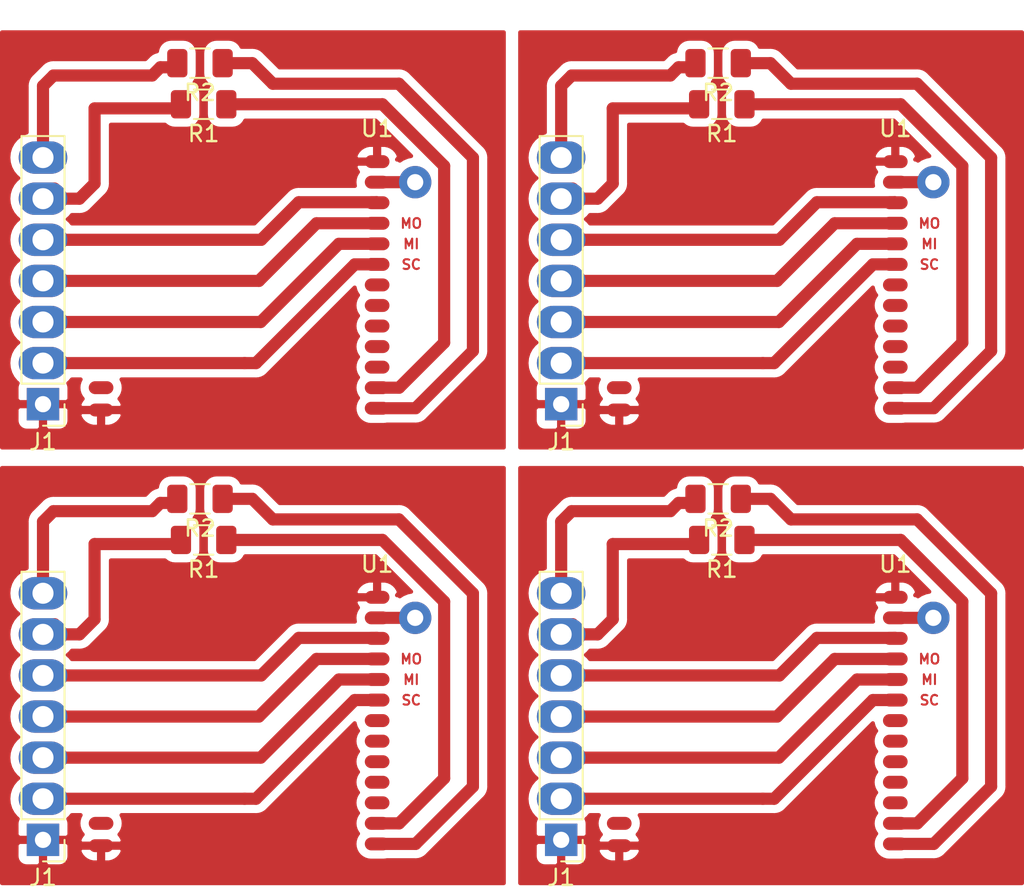
<source format=kicad_pcb>
(kicad_pcb (version 20171130) (host pcbnew 5.1.6)

  (general
    (thickness 1.6)
    (drawings 12)
    (tracks 180)
    (zones 0)
    (modules 16)
    (nets 8)
  )

  (page A4)
  (layers
    (0 F.Cu signal)
    (31 B.Cu signal)
    (32 B.Adhes user)
    (33 F.Adhes user)
    (34 B.Paste user)
    (35 F.Paste user)
    (36 B.SilkS user)
    (37 F.SilkS user)
    (38 B.Mask user)
    (39 F.Mask user)
    (40 Dwgs.User user)
    (41 Cmts.User user)
    (42 Eco1.User user)
    (43 Eco2.User user)
    (44 Edge.Cuts user)
    (45 Margin user)
    (46 B.CrtYd user)
    (47 F.CrtYd user)
    (48 B.Fab user)
    (49 F.Fab user)
  )

  (setup
    (last_trace_width 0.75)
    (user_trace_width 0.75)
    (trace_clearance 0.2)
    (zone_clearance 0.508)
    (zone_45_only no)
    (trace_min 0.2)
    (via_size 0.8)
    (via_drill 0.4)
    (via_min_size 0.4)
    (via_min_drill 0.3)
    (uvia_size 0.3)
    (uvia_drill 0.1)
    (uvias_allowed no)
    (uvia_min_size 0.2)
    (uvia_min_drill 0.1)
    (edge_width 0.05)
    (segment_width 0.2)
    (pcb_text_width 0.3)
    (pcb_text_size 1.5 1.5)
    (mod_edge_width 0.12)
    (mod_text_size 1 1)
    (mod_text_width 0.15)
    (pad_size 2 2)
    (pad_drill 1)
    (pad_to_mask_clearance 0.05)
    (aux_axis_origin 0 0)
    (visible_elements FFFFFF7F)
    (pcbplotparams
      (layerselection 0x010fc_ffffffff)
      (usegerberextensions false)
      (usegerberattributes true)
      (usegerberadvancedattributes true)
      (creategerberjobfile true)
      (excludeedgelayer true)
      (linewidth 0.100000)
      (plotframeref false)
      (viasonmask false)
      (mode 1)
      (useauxorigin false)
      (hpglpennumber 1)
      (hpglpenspeed 20)
      (hpglpendiameter 15.000000)
      (psnegative false)
      (psa4output false)
      (plotreference true)
      (plotvalue true)
      (plotinvisibletext false)
      (padsonsilk false)
      (subtractmaskfromsilk false)
      (outputformat 1)
      (mirror false)
      (drillshape 1)
      (scaleselection 1)
      (outputdirectory ""))
  )

  (net 0 "")
  (net 1 GND)
  (net 2 SCK)
  (net 3 MISO)
  (net 4 MOSI)
  (net 5 NSS)
  (net 6 DIO0)
  (net 7 RESET)

  (net_class Default "This is the default net class."
    (clearance 0.2)
    (trace_width 0.25)
    (via_dia 0.8)
    (via_drill 0.4)
    (uvia_dia 0.3)
    (uvia_drill 0.1)
    (add_net DIO0)
    (add_net GND)
    (add_net MISO)
    (add_net MOSI)
    (add_net NSS)
    (add_net RESET)
    (add_net SCK)
  )

  (module Custom_Footprints:SX1276_Custom (layer F.Cu) (tedit 5FAAD6CC) (tstamp 5FB42D32)
    (at 125.65458 135.87838)
    (path /5FA6FB65)
    (fp_text reference U1 (at 0 0.5) (layer F.SilkS)
      (effects (font (size 1 1) (thickness 0.15)))
    )
    (fp_text value SX1276Custom (at -2.142 -6.6) (layer F.Fab)
      (effects (font (size 1 1) (thickness 0.15)))
    )
    (pad 15 smd oval (at -17.05 16.51) (size 1.524 0.8) (layers F.Cu F.Paste F.Mask))
    (pad 14 smd oval (at -17.05 17.89) (size 1.524 0.8) (layers F.Cu F.Paste F.Mask)
      (net 1 GND))
    (pad 13 smd oval (at 0 17.78) (size 1.524 0.8) (layers F.Cu F.Paste F.Mask)
      (net 7 RESET))
    (pad 8 smd oval (at 0 11.43) (size 1.524 0.8) (layers F.Cu F.Paste F.Mask))
    (pad 9 smd oval (at 0 12.7) (size 1.524 0.8) (layers F.Cu F.Paste F.Mask))
    (pad 7 smd oval (at 0 10.16) (size 1.524 0.8) (layers F.Cu F.Paste F.Mask))
    (pad 11 smd oval (at 0 15.24) (size 1.524 0.8) (layers F.Cu F.Paste F.Mask))
    (pad 12 smd oval (at 0 16.51) (size 1.524 0.8) (layers F.Cu F.Paste F.Mask)
      (net 6 DIO0))
    (pad 10 smd oval (at 0 13.97) (size 1.524 0.8) (layers F.Cu F.Paste F.Mask))
    (pad 5 smd oval (at 0 7.62) (size 1.524 0.8) (layers F.Cu F.Paste F.Mask)
      (net 3 MISO))
    (pad 6 smd oval (at 0 8.89) (size 1.524 0.8) (layers F.Cu F.Paste F.Mask)
      (net 2 SCK))
    (pad 4 smd oval (at 0 6.35) (size 1.524 0.8) (layers F.Cu F.Paste F.Mask)
      (net 4 MOSI))
    (pad 3 smd oval (at 0 5.08) (size 1.524 0.8) (layers F.Cu F.Paste F.Mask)
      (net 5 NSS))
    (pad 2 smd oval (at 0 3.81) (size 1.524 0.8) (layers F.Cu F.Paste F.Mask))
    (pad 1 smd oval (at 0 2.54) (size 1.524 0.8) (layers F.Cu F.Paste F.Mask)
      (net 1 GND))
  )

  (module Connector_PinHeader_2.54mm:PinHeader_1x07_P2.54mm_Vertical (layer F.Cu) (tedit 5FB2A83A) (tstamp 5FB42D01)
    (at 73.013581 153.40838 180)
    (descr "Through hole straight pin header, 1x07, 2.54mm pitch, single row")
    (tags "Through hole pin header THT 1x07 2.54mm single row")
    (path /5FADE5ED)
    (fp_text reference J1 (at 0 -2.33) (layer F.SilkS)
      (effects (font (size 1 1) (thickness 0.15)))
    )
    (fp_text value Conn_01x07 (at -8.334999 24.13) (layer F.Fab)
      (effects (font (size 1 1) (thickness 0.15)))
    )
    (fp_text user %R (at 0 7.62 90) (layer F.Fab)
      (effects (font (size 1 1) (thickness 0.15)))
    )
    (fp_line (start -0.635 -1.27) (end 1.27 -1.27) (layer F.Fab) (width 0.1))
    (fp_line (start 1.27 -1.27) (end 1.27 16.51) (layer F.Fab) (width 0.1))
    (fp_line (start 1.27 16.51) (end -1.27 16.51) (layer F.Fab) (width 0.1))
    (fp_line (start -1.27 16.51) (end -1.27 -0.635) (layer F.Fab) (width 0.1))
    (fp_line (start -1.27 -0.635) (end -0.635 -1.27) (layer F.Fab) (width 0.1))
    (fp_line (start -1.33 16.57) (end 1.33 16.57) (layer F.SilkS) (width 0.12))
    (fp_line (start -1.33 1.27) (end -1.33 16.57) (layer F.SilkS) (width 0.12))
    (fp_line (start 1.33 1.27) (end 1.33 16.57) (layer F.SilkS) (width 0.12))
    (fp_line (start -1.33 1.27) (end 1.33 1.27) (layer F.SilkS) (width 0.12))
    (fp_line (start -1.33 0) (end -1.33 -1.33) (layer F.SilkS) (width 0.12))
    (fp_line (start -1.33 -1.33) (end 0 -1.33) (layer F.SilkS) (width 0.12))
    (fp_line (start -1.8 -1.8) (end -1.8 17.05) (layer F.CrtYd) (width 0.05))
    (fp_line (start -1.8 17.05) (end 1.8 17.05) (layer F.CrtYd) (width 0.05))
    (fp_line (start 1.8 17.05) (end 1.8 -1.8) (layer F.CrtYd) (width 0.05))
    (fp_line (start 1.8 -1.8) (end -1.8 -1.8) (layer F.CrtYd) (width 0.05))
    (pad 1 thru_hole rect (at 0 0 180) (size 2 2) (drill 1) (layers *.Cu *.Mask)
      (net 1 GND))
    (pad 2 thru_hole oval (at 0 2.54 180) (size 3 2) (drill 1.3) (layers *.Cu *.Mask)
      (net 2 SCK))
    (pad 3 thru_hole oval (at 0 5.08 180) (size 3 2) (drill 1.3) (layers *.Cu *.Mask)
      (net 3 MISO))
    (pad 4 thru_hole oval (at 0 7.62 180) (size 3 2) (drill 1.3) (layers *.Cu *.Mask)
      (net 4 MOSI))
    (pad 5 thru_hole oval (at 0 10.16 180) (size 3 2) (drill 1.3) (layers *.Cu *.Mask)
      (net 5 NSS))
    (pad 6 thru_hole oval (at 0 12.7 180) (size 3 2) (drill 1.3) (layers *.Cu *.Mask)
      (net 6 DIO0))
    (pad 7 thru_hole oval (at 0 15.24 180) (size 3 2) (drill 1.3) (layers *.Cu *.Mask)
      (net 7 RESET))
    (model ${KISYS3DMOD}/Connector_PinHeader_2.54mm.3dshapes/PinHeader_1x07_P2.54mm_Vertical.wrl
      (at (xyz 0 0 0))
      (scale (xyz 1 1 1))
      (rotate (xyz 0 0 0))
    )
  )

  (module Resistor_SMD:R_1206_3216Metric (layer F.Cu) (tedit 5B301BBD) (tstamp 5FB42CE1)
    (at 114.938 134.874 180)
    (descr "Resistor SMD 1206 (3216 Metric), square (rectangular) end terminal, IPC_7351 nominal, (Body size source: http://www.tortai-tech.com/upload/download/2011102023233369053.pdf), generated with kicad-footprint-generator")
    (tags resistor)
    (path /5FAD418D)
    (attr smd)
    (fp_text reference R1 (at 0 -1.82) (layer F.SilkS)
      (effects (font (size 1 1) (thickness 0.15)))
    )
    (fp_text value R (at 0 1.82) (layer F.Fab)
      (effects (font (size 1 1) (thickness 0.15)))
    )
    (fp_line (start 2.28 1.12) (end -2.28 1.12) (layer F.CrtYd) (width 0.05))
    (fp_line (start 2.28 -1.12) (end 2.28 1.12) (layer F.CrtYd) (width 0.05))
    (fp_line (start -2.28 -1.12) (end 2.28 -1.12) (layer F.CrtYd) (width 0.05))
    (fp_line (start -2.28 1.12) (end -2.28 -1.12) (layer F.CrtYd) (width 0.05))
    (fp_line (start -0.602064 0.91) (end 0.602064 0.91) (layer F.SilkS) (width 0.12))
    (fp_line (start -0.602064 -0.91) (end 0.602064 -0.91) (layer F.SilkS) (width 0.12))
    (fp_line (start 1.6 0.8) (end -1.6 0.8) (layer F.Fab) (width 0.1))
    (fp_line (start 1.6 -0.8) (end 1.6 0.8) (layer F.Fab) (width 0.1))
    (fp_line (start -1.6 -0.8) (end 1.6 -0.8) (layer F.Fab) (width 0.1))
    (fp_line (start -1.6 0.8) (end -1.6 -0.8) (layer F.Fab) (width 0.1))
    (fp_text user %R (at 0 0) (layer F.Fab)
      (effects (font (size 0.8 0.8) (thickness 0.12)))
    )
    (pad 2 smd roundrect (at 1.4 0 180) (size 1.25 1.75) (layers F.Cu F.Paste F.Mask) (roundrect_rratio 0.2)
      (net 6 DIO0))
    (pad 1 smd roundrect (at -1.4 0 180) (size 1.25 1.75) (layers F.Cu F.Paste F.Mask) (roundrect_rratio 0.2)
      (net 6 DIO0))
    (model ${KISYS3DMOD}/Resistor_SMD.3dshapes/R_1206_3216Metric.wrl
      (at (xyz 0 0 0))
      (scale (xyz 1 1 1))
      (rotate (xyz 0 0 0))
    )
  )

  (module Connector_PinHeader_2.54mm:PinHeader_1x07_P2.54mm_Vertical (layer F.Cu) (tedit 5FB2A83A) (tstamp 5FB42CC6)
    (at 105.017581 153.40838 180)
    (descr "Through hole straight pin header, 1x07, 2.54mm pitch, single row")
    (tags "Through hole pin header THT 1x07 2.54mm single row")
    (path /5FADE5ED)
    (fp_text reference J1 (at 0 -2.33) (layer F.SilkS)
      (effects (font (size 1 1) (thickness 0.15)))
    )
    (fp_text value Conn_01x07 (at -8.334999 24.13) (layer F.Fab)
      (effects (font (size 1 1) (thickness 0.15)))
    )
    (fp_line (start 1.8 -1.8) (end -1.8 -1.8) (layer F.CrtYd) (width 0.05))
    (fp_line (start 1.8 17.05) (end 1.8 -1.8) (layer F.CrtYd) (width 0.05))
    (fp_line (start -1.8 17.05) (end 1.8 17.05) (layer F.CrtYd) (width 0.05))
    (fp_line (start -1.8 -1.8) (end -1.8 17.05) (layer F.CrtYd) (width 0.05))
    (fp_line (start -1.33 -1.33) (end 0 -1.33) (layer F.SilkS) (width 0.12))
    (fp_line (start -1.33 0) (end -1.33 -1.33) (layer F.SilkS) (width 0.12))
    (fp_line (start -1.33 1.27) (end 1.33 1.27) (layer F.SilkS) (width 0.12))
    (fp_line (start 1.33 1.27) (end 1.33 16.57) (layer F.SilkS) (width 0.12))
    (fp_line (start -1.33 1.27) (end -1.33 16.57) (layer F.SilkS) (width 0.12))
    (fp_line (start -1.33 16.57) (end 1.33 16.57) (layer F.SilkS) (width 0.12))
    (fp_line (start -1.27 -0.635) (end -0.635 -1.27) (layer F.Fab) (width 0.1))
    (fp_line (start -1.27 16.51) (end -1.27 -0.635) (layer F.Fab) (width 0.1))
    (fp_line (start 1.27 16.51) (end -1.27 16.51) (layer F.Fab) (width 0.1))
    (fp_line (start 1.27 -1.27) (end 1.27 16.51) (layer F.Fab) (width 0.1))
    (fp_line (start -0.635 -1.27) (end 1.27 -1.27) (layer F.Fab) (width 0.1))
    (fp_text user %R (at 0 7.62 90) (layer F.Fab)
      (effects (font (size 1 1) (thickness 0.15)))
    )
    (pad 7 thru_hole oval (at 0 15.24 180) (size 3 2) (drill 1.3) (layers *.Cu *.Mask)
      (net 7 RESET))
    (pad 6 thru_hole oval (at 0 12.7 180) (size 3 2) (drill 1.3) (layers *.Cu *.Mask)
      (net 6 DIO0))
    (pad 5 thru_hole oval (at 0 10.16 180) (size 3 2) (drill 1.3) (layers *.Cu *.Mask)
      (net 5 NSS))
    (pad 4 thru_hole oval (at 0 7.62 180) (size 3 2) (drill 1.3) (layers *.Cu *.Mask)
      (net 4 MOSI))
    (pad 3 thru_hole oval (at 0 5.08 180) (size 3 2) (drill 1.3) (layers *.Cu *.Mask)
      (net 3 MISO))
    (pad 2 thru_hole oval (at 0 2.54 180) (size 3 2) (drill 1.3) (layers *.Cu *.Mask)
      (net 2 SCK))
    (pad 1 thru_hole rect (at 0 0 180) (size 2 2) (drill 1) (layers *.Cu *.Mask)
      (net 1 GND))
    (model ${KISYS3DMOD}/Connector_PinHeader_2.54mm.3dshapes/PinHeader_1x07_P2.54mm_Vertical.wrl
      (at (xyz 0 0 0))
      (scale (xyz 1 1 1))
      (rotate (xyz 0 0 0))
    )
  )

  (module Resistor_SMD:R_1206_3216Metric (layer F.Cu) (tedit 5B301BBD) (tstamp 5FB42CB4)
    (at 114.71258 132.334 180)
    (descr "Resistor SMD 1206 (3216 Metric), square (rectangular) end terminal, IPC_7351 nominal, (Body size source: http://www.tortai-tech.com/upload/download/2011102023233369053.pdf), generated with kicad-footprint-generator")
    (tags resistor)
    (path /5FAD5946)
    (attr smd)
    (fp_text reference R2 (at 0 -1.82) (layer F.SilkS)
      (effects (font (size 1 1) (thickness 0.15)))
    )
    (fp_text value R (at 0 1.82) (layer F.Fab)
      (effects (font (size 1 1) (thickness 0.15)))
    )
    (fp_line (start 2.28 1.12) (end -2.28 1.12) (layer F.CrtYd) (width 0.05))
    (fp_line (start 2.28 -1.12) (end 2.28 1.12) (layer F.CrtYd) (width 0.05))
    (fp_line (start -2.28 -1.12) (end 2.28 -1.12) (layer F.CrtYd) (width 0.05))
    (fp_line (start -2.28 1.12) (end -2.28 -1.12) (layer F.CrtYd) (width 0.05))
    (fp_line (start -0.602064 0.91) (end 0.602064 0.91) (layer F.SilkS) (width 0.12))
    (fp_line (start -0.602064 -0.91) (end 0.602064 -0.91) (layer F.SilkS) (width 0.12))
    (fp_line (start 1.6 0.8) (end -1.6 0.8) (layer F.Fab) (width 0.1))
    (fp_line (start 1.6 -0.8) (end 1.6 0.8) (layer F.Fab) (width 0.1))
    (fp_line (start -1.6 -0.8) (end 1.6 -0.8) (layer F.Fab) (width 0.1))
    (fp_line (start -1.6 0.8) (end -1.6 -0.8) (layer F.Fab) (width 0.1))
    (fp_text user %R (at 0 0) (layer F.Fab)
      (effects (font (size 0.8 0.8) (thickness 0.12)))
    )
    (pad 2 smd roundrect (at 1.4 0 180) (size 1.25 1.75) (layers F.Cu F.Paste F.Mask) (roundrect_rratio 0.2)
      (net 7 RESET))
    (pad 1 smd roundrect (at -1.4 0 180) (size 1.25 1.75) (layers F.Cu F.Paste F.Mask) (roundrect_rratio 0.2)
      (net 7 RESET))
    (model ${KISYS3DMOD}/Resistor_SMD.3dshapes/R_1206_3216Metric.wrl
      (at (xyz 0 0 0))
      (scale (xyz 1 1 1))
      (rotate (xyz 0 0 0))
    )
  )

  (module Custom_Footprints:SX1276_Custom (layer F.Cu) (tedit 5FAAD6CC) (tstamp 5FB42C94)
    (at 93.65058 135.87838)
    (path /5FA6FB65)
    (fp_text reference U1 (at 0 0.5) (layer F.SilkS)
      (effects (font (size 1 1) (thickness 0.15)))
    )
    (fp_text value SX1276Custom (at -2.142 -6.6) (layer F.Fab)
      (effects (font (size 1 1) (thickness 0.15)))
    )
    (pad 1 smd oval (at 0 2.54) (size 1.524 0.8) (layers F.Cu F.Paste F.Mask)
      (net 1 GND))
    (pad 2 smd oval (at 0 3.81) (size 1.524 0.8) (layers F.Cu F.Paste F.Mask))
    (pad 3 smd oval (at 0 5.08) (size 1.524 0.8) (layers F.Cu F.Paste F.Mask)
      (net 5 NSS))
    (pad 4 smd oval (at 0 6.35) (size 1.524 0.8) (layers F.Cu F.Paste F.Mask)
      (net 4 MOSI))
    (pad 6 smd oval (at 0 8.89) (size 1.524 0.8) (layers F.Cu F.Paste F.Mask)
      (net 2 SCK))
    (pad 5 smd oval (at 0 7.62) (size 1.524 0.8) (layers F.Cu F.Paste F.Mask)
      (net 3 MISO))
    (pad 10 smd oval (at 0 13.97) (size 1.524 0.8) (layers F.Cu F.Paste F.Mask))
    (pad 12 smd oval (at 0 16.51) (size 1.524 0.8) (layers F.Cu F.Paste F.Mask)
      (net 6 DIO0))
    (pad 11 smd oval (at 0 15.24) (size 1.524 0.8) (layers F.Cu F.Paste F.Mask))
    (pad 7 smd oval (at 0 10.16) (size 1.524 0.8) (layers F.Cu F.Paste F.Mask))
    (pad 9 smd oval (at 0 12.7) (size 1.524 0.8) (layers F.Cu F.Paste F.Mask))
    (pad 8 smd oval (at 0 11.43) (size 1.524 0.8) (layers F.Cu F.Paste F.Mask))
    (pad 13 smd oval (at 0 17.78) (size 1.524 0.8) (layers F.Cu F.Paste F.Mask)
      (net 7 RESET))
    (pad 14 smd oval (at -17.05 17.89) (size 1.524 0.8) (layers F.Cu F.Paste F.Mask)
      (net 1 GND))
    (pad 15 smd oval (at -17.05 16.51) (size 1.524 0.8) (layers F.Cu F.Paste F.Mask))
  )

  (module Resistor_SMD:R_1206_3216Metric (layer F.Cu) (tedit 5B301BBD) (tstamp 5FB42C82)
    (at 82.934 134.874 180)
    (descr "Resistor SMD 1206 (3216 Metric), square (rectangular) end terminal, IPC_7351 nominal, (Body size source: http://www.tortai-tech.com/upload/download/2011102023233369053.pdf), generated with kicad-footprint-generator")
    (tags resistor)
    (path /5FAD418D)
    (attr smd)
    (fp_text reference R1 (at 0 -1.82) (layer F.SilkS)
      (effects (font (size 1 1) (thickness 0.15)))
    )
    (fp_text value R (at 0 1.82) (layer F.Fab)
      (effects (font (size 1 1) (thickness 0.15)))
    )
    (fp_text user %R (at 0 0) (layer F.Fab)
      (effects (font (size 0.8 0.8) (thickness 0.12)))
    )
    (fp_line (start -1.6 0.8) (end -1.6 -0.8) (layer F.Fab) (width 0.1))
    (fp_line (start -1.6 -0.8) (end 1.6 -0.8) (layer F.Fab) (width 0.1))
    (fp_line (start 1.6 -0.8) (end 1.6 0.8) (layer F.Fab) (width 0.1))
    (fp_line (start 1.6 0.8) (end -1.6 0.8) (layer F.Fab) (width 0.1))
    (fp_line (start -0.602064 -0.91) (end 0.602064 -0.91) (layer F.SilkS) (width 0.12))
    (fp_line (start -0.602064 0.91) (end 0.602064 0.91) (layer F.SilkS) (width 0.12))
    (fp_line (start -2.28 1.12) (end -2.28 -1.12) (layer F.CrtYd) (width 0.05))
    (fp_line (start -2.28 -1.12) (end 2.28 -1.12) (layer F.CrtYd) (width 0.05))
    (fp_line (start 2.28 -1.12) (end 2.28 1.12) (layer F.CrtYd) (width 0.05))
    (fp_line (start 2.28 1.12) (end -2.28 1.12) (layer F.CrtYd) (width 0.05))
    (pad 1 smd roundrect (at -1.4 0 180) (size 1.25 1.75) (layers F.Cu F.Paste F.Mask) (roundrect_rratio 0.2)
      (net 6 DIO0))
    (pad 2 smd roundrect (at 1.4 0 180) (size 1.25 1.75) (layers F.Cu F.Paste F.Mask) (roundrect_rratio 0.2)
      (net 6 DIO0))
    (model ${KISYS3DMOD}/Resistor_SMD.3dshapes/R_1206_3216Metric.wrl
      (at (xyz 0 0 0))
      (scale (xyz 1 1 1))
      (rotate (xyz 0 0 0))
    )
  )

  (module Resistor_SMD:R_1206_3216Metric (layer F.Cu) (tedit 5B301BBD) (tstamp 5FB42C55)
    (at 82.70858 132.334 180)
    (descr "Resistor SMD 1206 (3216 Metric), square (rectangular) end terminal, IPC_7351 nominal, (Body size source: http://www.tortai-tech.com/upload/download/2011102023233369053.pdf), generated with kicad-footprint-generator")
    (tags resistor)
    (path /5FAD5946)
    (attr smd)
    (fp_text reference R2 (at 0 -1.82) (layer F.SilkS)
      (effects (font (size 1 1) (thickness 0.15)))
    )
    (fp_text value R (at 0 1.82) (layer F.Fab)
      (effects (font (size 1 1) (thickness 0.15)))
    )
    (fp_text user %R (at 0 0) (layer F.Fab)
      (effects (font (size 0.8 0.8) (thickness 0.12)))
    )
    (fp_line (start -1.6 0.8) (end -1.6 -0.8) (layer F.Fab) (width 0.1))
    (fp_line (start -1.6 -0.8) (end 1.6 -0.8) (layer F.Fab) (width 0.1))
    (fp_line (start 1.6 -0.8) (end 1.6 0.8) (layer F.Fab) (width 0.1))
    (fp_line (start 1.6 0.8) (end -1.6 0.8) (layer F.Fab) (width 0.1))
    (fp_line (start -0.602064 -0.91) (end 0.602064 -0.91) (layer F.SilkS) (width 0.12))
    (fp_line (start -0.602064 0.91) (end 0.602064 0.91) (layer F.SilkS) (width 0.12))
    (fp_line (start -2.28 1.12) (end -2.28 -1.12) (layer F.CrtYd) (width 0.05))
    (fp_line (start -2.28 -1.12) (end 2.28 -1.12) (layer F.CrtYd) (width 0.05))
    (fp_line (start 2.28 -1.12) (end 2.28 1.12) (layer F.CrtYd) (width 0.05))
    (fp_line (start 2.28 1.12) (end -2.28 1.12) (layer F.CrtYd) (width 0.05))
    (pad 1 smd roundrect (at -1.4 0 180) (size 1.25 1.75) (layers F.Cu F.Paste F.Mask) (roundrect_rratio 0.2)
      (net 7 RESET))
    (pad 2 smd roundrect (at 1.4 0 180) (size 1.25 1.75) (layers F.Cu F.Paste F.Mask) (roundrect_rratio 0.2)
      (net 7 RESET))
    (model ${KISYS3DMOD}/Resistor_SMD.3dshapes/R_1206_3216Metric.wrl
      (at (xyz 0 0 0))
      (scale (xyz 1 1 1))
      (rotate (xyz 0 0 0))
    )
  )

  (module Connector_PinHeader_2.54mm:PinHeader_1x07_P2.54mm_Vertical (layer F.Cu) (tedit 5FB2A83A) (tstamp 5FB42BAA)
    (at 105.017581 126.48438 180)
    (descr "Through hole straight pin header, 1x07, 2.54mm pitch, single row")
    (tags "Through hole pin header THT 1x07 2.54mm single row")
    (path /5FADE5ED)
    (fp_text reference J1 (at 0 -2.33) (layer F.SilkS)
      (effects (font (size 1 1) (thickness 0.15)))
    )
    (fp_text value Conn_01x07 (at -8.334999 24.13) (layer F.Fab)
      (effects (font (size 1 1) (thickness 0.15)))
    )
    (fp_text user %R (at 0 7.62 90) (layer F.Fab)
      (effects (font (size 1 1) (thickness 0.15)))
    )
    (fp_line (start -0.635 -1.27) (end 1.27 -1.27) (layer F.Fab) (width 0.1))
    (fp_line (start 1.27 -1.27) (end 1.27 16.51) (layer F.Fab) (width 0.1))
    (fp_line (start 1.27 16.51) (end -1.27 16.51) (layer F.Fab) (width 0.1))
    (fp_line (start -1.27 16.51) (end -1.27 -0.635) (layer F.Fab) (width 0.1))
    (fp_line (start -1.27 -0.635) (end -0.635 -1.27) (layer F.Fab) (width 0.1))
    (fp_line (start -1.33 16.57) (end 1.33 16.57) (layer F.SilkS) (width 0.12))
    (fp_line (start -1.33 1.27) (end -1.33 16.57) (layer F.SilkS) (width 0.12))
    (fp_line (start 1.33 1.27) (end 1.33 16.57) (layer F.SilkS) (width 0.12))
    (fp_line (start -1.33 1.27) (end 1.33 1.27) (layer F.SilkS) (width 0.12))
    (fp_line (start -1.33 0) (end -1.33 -1.33) (layer F.SilkS) (width 0.12))
    (fp_line (start -1.33 -1.33) (end 0 -1.33) (layer F.SilkS) (width 0.12))
    (fp_line (start -1.8 -1.8) (end -1.8 17.05) (layer F.CrtYd) (width 0.05))
    (fp_line (start -1.8 17.05) (end 1.8 17.05) (layer F.CrtYd) (width 0.05))
    (fp_line (start 1.8 17.05) (end 1.8 -1.8) (layer F.CrtYd) (width 0.05))
    (fp_line (start 1.8 -1.8) (end -1.8 -1.8) (layer F.CrtYd) (width 0.05))
    (pad 1 thru_hole rect (at 0 0 180) (size 2 2) (drill 1) (layers *.Cu *.Mask)
      (net 1 GND))
    (pad 2 thru_hole oval (at 0 2.54 180) (size 3 2) (drill 1.3) (layers *.Cu *.Mask)
      (net 2 SCK))
    (pad 3 thru_hole oval (at 0 5.08 180) (size 3 2) (drill 1.3) (layers *.Cu *.Mask)
      (net 3 MISO))
    (pad 4 thru_hole oval (at 0 7.62 180) (size 3 2) (drill 1.3) (layers *.Cu *.Mask)
      (net 4 MOSI))
    (pad 5 thru_hole oval (at 0 10.16 180) (size 3 2) (drill 1.3) (layers *.Cu *.Mask)
      (net 5 NSS))
    (pad 6 thru_hole oval (at 0 12.7 180) (size 3 2) (drill 1.3) (layers *.Cu *.Mask)
      (net 6 DIO0))
    (pad 7 thru_hole oval (at 0 15.24 180) (size 3 2) (drill 1.3) (layers *.Cu *.Mask)
      (net 7 RESET))
    (model ${KISYS3DMOD}/Connector_PinHeader_2.54mm.3dshapes/PinHeader_1x07_P2.54mm_Vertical.wrl
      (at (xyz 0 0 0))
      (scale (xyz 1 1 1))
      (rotate (xyz 0 0 0))
    )
  )

  (module Custom_Footprints:SX1276_Custom (layer F.Cu) (tedit 5FAAD6CC) (tstamp 5FB42B89)
    (at 125.65458 108.95438)
    (path /5FA6FB65)
    (fp_text reference U1 (at 0 0.5) (layer F.SilkS)
      (effects (font (size 1 1) (thickness 0.15)))
    )
    (fp_text value SX1276Custom (at -2.142 -6.6) (layer F.Fab)
      (effects (font (size 1 1) (thickness 0.15)))
    )
    (pad 1 smd oval (at 0 2.54) (size 1.524 0.8) (layers F.Cu F.Paste F.Mask)
      (net 1 GND))
    (pad 2 smd oval (at 0 3.81) (size 1.524 0.8) (layers F.Cu F.Paste F.Mask))
    (pad 3 smd oval (at 0 5.08) (size 1.524 0.8) (layers F.Cu F.Paste F.Mask)
      (net 5 NSS))
    (pad 4 smd oval (at 0 6.35) (size 1.524 0.8) (layers F.Cu F.Paste F.Mask)
      (net 4 MOSI))
    (pad 6 smd oval (at 0 8.89) (size 1.524 0.8) (layers F.Cu F.Paste F.Mask)
      (net 2 SCK))
    (pad 5 smd oval (at 0 7.62) (size 1.524 0.8) (layers F.Cu F.Paste F.Mask)
      (net 3 MISO))
    (pad 10 smd oval (at 0 13.97) (size 1.524 0.8) (layers F.Cu F.Paste F.Mask))
    (pad 12 smd oval (at 0 16.51) (size 1.524 0.8) (layers F.Cu F.Paste F.Mask)
      (net 6 DIO0))
    (pad 11 smd oval (at 0 15.24) (size 1.524 0.8) (layers F.Cu F.Paste F.Mask))
    (pad 7 smd oval (at 0 10.16) (size 1.524 0.8) (layers F.Cu F.Paste F.Mask))
    (pad 9 smd oval (at 0 12.7) (size 1.524 0.8) (layers F.Cu F.Paste F.Mask))
    (pad 8 smd oval (at 0 11.43) (size 1.524 0.8) (layers F.Cu F.Paste F.Mask))
    (pad 13 smd oval (at 0 17.78) (size 1.524 0.8) (layers F.Cu F.Paste F.Mask)
      (net 7 RESET))
    (pad 14 smd oval (at -17.05 17.89) (size 1.524 0.8) (layers F.Cu F.Paste F.Mask)
      (net 1 GND))
    (pad 15 smd oval (at -17.05 16.51) (size 1.524 0.8) (layers F.Cu F.Paste F.Mask))
  )

  (module Resistor_SMD:R_1206_3216Metric (layer F.Cu) (tedit 5B301BBD) (tstamp 5FB42B77)
    (at 114.938 107.95 180)
    (descr "Resistor SMD 1206 (3216 Metric), square (rectangular) end terminal, IPC_7351 nominal, (Body size source: http://www.tortai-tech.com/upload/download/2011102023233369053.pdf), generated with kicad-footprint-generator")
    (tags resistor)
    (path /5FAD418D)
    (attr smd)
    (fp_text reference R1 (at 0 -1.82) (layer F.SilkS)
      (effects (font (size 1 1) (thickness 0.15)))
    )
    (fp_text value R (at 0 1.82) (layer F.Fab)
      (effects (font (size 1 1) (thickness 0.15)))
    )
    (fp_text user %R (at 0 0) (layer F.Fab)
      (effects (font (size 0.8 0.8) (thickness 0.12)))
    )
    (fp_line (start -1.6 0.8) (end -1.6 -0.8) (layer F.Fab) (width 0.1))
    (fp_line (start -1.6 -0.8) (end 1.6 -0.8) (layer F.Fab) (width 0.1))
    (fp_line (start 1.6 -0.8) (end 1.6 0.8) (layer F.Fab) (width 0.1))
    (fp_line (start 1.6 0.8) (end -1.6 0.8) (layer F.Fab) (width 0.1))
    (fp_line (start -0.602064 -0.91) (end 0.602064 -0.91) (layer F.SilkS) (width 0.12))
    (fp_line (start -0.602064 0.91) (end 0.602064 0.91) (layer F.SilkS) (width 0.12))
    (fp_line (start -2.28 1.12) (end -2.28 -1.12) (layer F.CrtYd) (width 0.05))
    (fp_line (start -2.28 -1.12) (end 2.28 -1.12) (layer F.CrtYd) (width 0.05))
    (fp_line (start 2.28 -1.12) (end 2.28 1.12) (layer F.CrtYd) (width 0.05))
    (fp_line (start 2.28 1.12) (end -2.28 1.12) (layer F.CrtYd) (width 0.05))
    (pad 1 smd roundrect (at -1.4 0 180) (size 1.25 1.75) (layers F.Cu F.Paste F.Mask) (roundrect_rratio 0.2)
      (net 6 DIO0))
    (pad 2 smd roundrect (at 1.4 0 180) (size 1.25 1.75) (layers F.Cu F.Paste F.Mask) (roundrect_rratio 0.2)
      (net 6 DIO0))
    (model ${KISYS3DMOD}/Resistor_SMD.3dshapes/R_1206_3216Metric.wrl
      (at (xyz 0 0 0))
      (scale (xyz 1 1 1))
      (rotate (xyz 0 0 0))
    )
  )

  (module Resistor_SMD:R_1206_3216Metric (layer F.Cu) (tedit 5B301BBD) (tstamp 5FB42B53)
    (at 114.71258 105.41 180)
    (descr "Resistor SMD 1206 (3216 Metric), square (rectangular) end terminal, IPC_7351 nominal, (Body size source: http://www.tortai-tech.com/upload/download/2011102023233369053.pdf), generated with kicad-footprint-generator")
    (tags resistor)
    (path /5FAD5946)
    (attr smd)
    (fp_text reference R2 (at 0 -1.82) (layer F.SilkS)
      (effects (font (size 1 1) (thickness 0.15)))
    )
    (fp_text value R (at 0 1.82) (layer F.Fab)
      (effects (font (size 1 1) (thickness 0.15)))
    )
    (fp_text user %R (at 0 0) (layer F.Fab)
      (effects (font (size 0.8 0.8) (thickness 0.12)))
    )
    (fp_line (start -1.6 0.8) (end -1.6 -0.8) (layer F.Fab) (width 0.1))
    (fp_line (start -1.6 -0.8) (end 1.6 -0.8) (layer F.Fab) (width 0.1))
    (fp_line (start 1.6 -0.8) (end 1.6 0.8) (layer F.Fab) (width 0.1))
    (fp_line (start 1.6 0.8) (end -1.6 0.8) (layer F.Fab) (width 0.1))
    (fp_line (start -0.602064 -0.91) (end 0.602064 -0.91) (layer F.SilkS) (width 0.12))
    (fp_line (start -0.602064 0.91) (end 0.602064 0.91) (layer F.SilkS) (width 0.12))
    (fp_line (start -2.28 1.12) (end -2.28 -1.12) (layer F.CrtYd) (width 0.05))
    (fp_line (start -2.28 -1.12) (end 2.28 -1.12) (layer F.CrtYd) (width 0.05))
    (fp_line (start 2.28 -1.12) (end 2.28 1.12) (layer F.CrtYd) (width 0.05))
    (fp_line (start 2.28 1.12) (end -2.28 1.12) (layer F.CrtYd) (width 0.05))
    (pad 1 smd roundrect (at -1.4 0 180) (size 1.25 1.75) (layers F.Cu F.Paste F.Mask) (roundrect_rratio 0.2)
      (net 7 RESET))
    (pad 2 smd roundrect (at 1.4 0 180) (size 1.25 1.75) (layers F.Cu F.Paste F.Mask) (roundrect_rratio 0.2)
      (net 7 RESET))
    (model ${KISYS3DMOD}/Resistor_SMD.3dshapes/R_1206_3216Metric.wrl
      (at (xyz 0 0 0))
      (scale (xyz 1 1 1))
      (rotate (xyz 0 0 0))
    )
  )

  (module Custom_Footprints:SX1276_Custom (layer F.Cu) (tedit 5FAAD6CC) (tstamp 5FB2B115)
    (at 93.65058 108.95438)
    (path /5FA6FB65)
    (fp_text reference U1 (at 0 0.5) (layer F.SilkS)
      (effects (font (size 1 1) (thickness 0.15)))
    )
    (fp_text value SX1276Custom (at -2.142 -6.6) (layer F.Fab)
      (effects (font (size 1 1) (thickness 0.15)))
    )
    (pad 15 smd oval (at -17.05 16.51) (size 1.524 0.8) (layers F.Cu F.Paste F.Mask))
    (pad 14 smd oval (at -17.05 17.89) (size 1.524 0.8) (layers F.Cu F.Paste F.Mask)
      (net 1 GND))
    (pad 13 smd oval (at 0 17.78) (size 1.524 0.8) (layers F.Cu F.Paste F.Mask)
      (net 7 RESET))
    (pad 8 smd oval (at 0 11.43) (size 1.524 0.8) (layers F.Cu F.Paste F.Mask))
    (pad 9 smd oval (at 0 12.7) (size 1.524 0.8) (layers F.Cu F.Paste F.Mask))
    (pad 7 smd oval (at 0 10.16) (size 1.524 0.8) (layers F.Cu F.Paste F.Mask))
    (pad 11 smd oval (at 0 15.24) (size 1.524 0.8) (layers F.Cu F.Paste F.Mask))
    (pad 12 smd oval (at 0 16.51) (size 1.524 0.8) (layers F.Cu F.Paste F.Mask)
      (net 6 DIO0))
    (pad 10 smd oval (at 0 13.97) (size 1.524 0.8) (layers F.Cu F.Paste F.Mask))
    (pad 5 smd oval (at 0 7.62) (size 1.524 0.8) (layers F.Cu F.Paste F.Mask)
      (net 3 MISO))
    (pad 6 smd oval (at 0 8.89) (size 1.524 0.8) (layers F.Cu F.Paste F.Mask)
      (net 2 SCK))
    (pad 4 smd oval (at 0 6.35) (size 1.524 0.8) (layers F.Cu F.Paste F.Mask)
      (net 4 MOSI))
    (pad 3 smd oval (at 0 5.08) (size 1.524 0.8) (layers F.Cu F.Paste F.Mask)
      (net 5 NSS))
    (pad 2 smd oval (at 0 3.81) (size 1.524 0.8) (layers F.Cu F.Paste F.Mask))
    (pad 1 smd oval (at 0 2.54) (size 1.524 0.8) (layers F.Cu F.Paste F.Mask)
      (net 1 GND))
  )

  (module Resistor_SMD:R_1206_3216Metric (layer F.Cu) (tedit 5B301BBD) (tstamp 5FB2B083)
    (at 82.70858 105.41 180)
    (descr "Resistor SMD 1206 (3216 Metric), square (rectangular) end terminal, IPC_7351 nominal, (Body size source: http://www.tortai-tech.com/upload/download/2011102023233369053.pdf), generated with kicad-footprint-generator")
    (tags resistor)
    (path /5FAD5946)
    (attr smd)
    (fp_text reference R2 (at 0 -1.82) (layer F.SilkS)
      (effects (font (size 1 1) (thickness 0.15)))
    )
    (fp_text value R (at 0 1.82) (layer F.Fab)
      (effects (font (size 1 1) (thickness 0.15)))
    )
    (fp_line (start 2.28 1.12) (end -2.28 1.12) (layer F.CrtYd) (width 0.05))
    (fp_line (start 2.28 -1.12) (end 2.28 1.12) (layer F.CrtYd) (width 0.05))
    (fp_line (start -2.28 -1.12) (end 2.28 -1.12) (layer F.CrtYd) (width 0.05))
    (fp_line (start -2.28 1.12) (end -2.28 -1.12) (layer F.CrtYd) (width 0.05))
    (fp_line (start -0.602064 0.91) (end 0.602064 0.91) (layer F.SilkS) (width 0.12))
    (fp_line (start -0.602064 -0.91) (end 0.602064 -0.91) (layer F.SilkS) (width 0.12))
    (fp_line (start 1.6 0.8) (end -1.6 0.8) (layer F.Fab) (width 0.1))
    (fp_line (start 1.6 -0.8) (end 1.6 0.8) (layer F.Fab) (width 0.1))
    (fp_line (start -1.6 -0.8) (end 1.6 -0.8) (layer F.Fab) (width 0.1))
    (fp_line (start -1.6 0.8) (end -1.6 -0.8) (layer F.Fab) (width 0.1))
    (fp_text user %R (at 0 0) (layer F.Fab)
      (effects (font (size 0.8 0.8) (thickness 0.12)))
    )
    (pad 2 smd roundrect (at 1.4 0 180) (size 1.25 1.75) (layers F.Cu F.Paste F.Mask) (roundrect_rratio 0.2)
      (net 7 RESET))
    (pad 1 smd roundrect (at -1.4 0 180) (size 1.25 1.75) (layers F.Cu F.Paste F.Mask) (roundrect_rratio 0.2)
      (net 7 RESET))
    (model ${KISYS3DMOD}/Resistor_SMD.3dshapes/R_1206_3216Metric.wrl
      (at (xyz 0 0 0))
      (scale (xyz 1 1 1))
      (rotate (xyz 0 0 0))
    )
  )

  (module Connector_PinHeader_2.54mm:PinHeader_1x07_P2.54mm_Vertical (layer F.Cu) (tedit 5FB2A83A) (tstamp 5FB2B02D)
    (at 73.013581 126.48438 180)
    (descr "Through hole straight pin header, 1x07, 2.54mm pitch, single row")
    (tags "Through hole pin header THT 1x07 2.54mm single row")
    (path /5FADE5ED)
    (fp_text reference J1 (at 0 -2.33) (layer F.SilkS)
      (effects (font (size 1 1) (thickness 0.15)))
    )
    (fp_text value Conn_01x07 (at -8.334999 24.13) (layer F.Fab)
      (effects (font (size 1 1) (thickness 0.15)))
    )
    (fp_line (start 1.8 -1.8) (end -1.8 -1.8) (layer F.CrtYd) (width 0.05))
    (fp_line (start 1.8 17.05) (end 1.8 -1.8) (layer F.CrtYd) (width 0.05))
    (fp_line (start -1.8 17.05) (end 1.8 17.05) (layer F.CrtYd) (width 0.05))
    (fp_line (start -1.8 -1.8) (end -1.8 17.05) (layer F.CrtYd) (width 0.05))
    (fp_line (start -1.33 -1.33) (end 0 -1.33) (layer F.SilkS) (width 0.12))
    (fp_line (start -1.33 0) (end -1.33 -1.33) (layer F.SilkS) (width 0.12))
    (fp_line (start -1.33 1.27) (end 1.33 1.27) (layer F.SilkS) (width 0.12))
    (fp_line (start 1.33 1.27) (end 1.33 16.57) (layer F.SilkS) (width 0.12))
    (fp_line (start -1.33 1.27) (end -1.33 16.57) (layer F.SilkS) (width 0.12))
    (fp_line (start -1.33 16.57) (end 1.33 16.57) (layer F.SilkS) (width 0.12))
    (fp_line (start -1.27 -0.635) (end -0.635 -1.27) (layer F.Fab) (width 0.1))
    (fp_line (start -1.27 16.51) (end -1.27 -0.635) (layer F.Fab) (width 0.1))
    (fp_line (start 1.27 16.51) (end -1.27 16.51) (layer F.Fab) (width 0.1))
    (fp_line (start 1.27 -1.27) (end 1.27 16.51) (layer F.Fab) (width 0.1))
    (fp_line (start -0.635 -1.27) (end 1.27 -1.27) (layer F.Fab) (width 0.1))
    (fp_text user %R (at 0 7.62 90) (layer F.Fab)
      (effects (font (size 1 1) (thickness 0.15)))
    )
    (pad 7 thru_hole oval (at 0 15.24 180) (size 3 2) (drill 1.3) (layers *.Cu *.Mask)
      (net 7 RESET))
    (pad 6 thru_hole oval (at 0 12.7 180) (size 3 2) (drill 1.3) (layers *.Cu *.Mask)
      (net 6 DIO0))
    (pad 5 thru_hole oval (at 0 10.16 180) (size 3 2) (drill 1.3) (layers *.Cu *.Mask)
      (net 5 NSS))
    (pad 4 thru_hole oval (at 0 7.62 180) (size 3 2) (drill 1.3) (layers *.Cu *.Mask)
      (net 4 MOSI))
    (pad 3 thru_hole oval (at 0 5.08 180) (size 3 2) (drill 1.3) (layers *.Cu *.Mask)
      (net 3 MISO))
    (pad 2 thru_hole oval (at 0 2.54 180) (size 3 2) (drill 1.3) (layers *.Cu *.Mask)
      (net 2 SCK))
    (pad 1 thru_hole rect (at 0 0 180) (size 2 2) (drill 1) (layers *.Cu *.Mask)
      (net 1 GND))
    (model ${KISYS3DMOD}/Connector_PinHeader_2.54mm.3dshapes/PinHeader_1x07_P2.54mm_Vertical.wrl
      (at (xyz 0 0 0))
      (scale (xyz 1 1 1))
      (rotate (xyz 0 0 0))
    )
  )

  (module Resistor_SMD:R_1206_3216Metric (layer F.Cu) (tedit 5B301BBD) (tstamp 5FB2B0E3)
    (at 82.934 107.95 180)
    (descr "Resistor SMD 1206 (3216 Metric), square (rectangular) end terminal, IPC_7351 nominal, (Body size source: http://www.tortai-tech.com/upload/download/2011102023233369053.pdf), generated with kicad-footprint-generator")
    (tags resistor)
    (path /5FAD418D)
    (attr smd)
    (fp_text reference R1 (at 0 -1.82) (layer F.SilkS)
      (effects (font (size 1 1) (thickness 0.15)))
    )
    (fp_text value R (at 0 1.82) (layer F.Fab)
      (effects (font (size 1 1) (thickness 0.15)))
    )
    (fp_line (start 2.28 1.12) (end -2.28 1.12) (layer F.CrtYd) (width 0.05))
    (fp_line (start 2.28 -1.12) (end 2.28 1.12) (layer F.CrtYd) (width 0.05))
    (fp_line (start -2.28 -1.12) (end 2.28 -1.12) (layer F.CrtYd) (width 0.05))
    (fp_line (start -2.28 1.12) (end -2.28 -1.12) (layer F.CrtYd) (width 0.05))
    (fp_line (start -0.602064 0.91) (end 0.602064 0.91) (layer F.SilkS) (width 0.12))
    (fp_line (start -0.602064 -0.91) (end 0.602064 -0.91) (layer F.SilkS) (width 0.12))
    (fp_line (start 1.6 0.8) (end -1.6 0.8) (layer F.Fab) (width 0.1))
    (fp_line (start 1.6 -0.8) (end 1.6 0.8) (layer F.Fab) (width 0.1))
    (fp_line (start -1.6 -0.8) (end 1.6 -0.8) (layer F.Fab) (width 0.1))
    (fp_line (start -1.6 0.8) (end -1.6 -0.8) (layer F.Fab) (width 0.1))
    (fp_text user %R (at 0 0) (layer F.Fab)
      (effects (font (size 0.8 0.8) (thickness 0.12)))
    )
    (pad 2 smd roundrect (at 1.4 0 180) (size 1.25 1.75) (layers F.Cu F.Paste F.Mask) (roundrect_rratio 0.2)
      (net 6 DIO0))
    (pad 1 smd roundrect (at -1.4 0 180) (size 1.25 1.75) (layers F.Cu F.Paste F.Mask) (roundrect_rratio 0.2)
      (net 6 DIO0))
    (model ${KISYS3DMOD}/Resistor_SMD.3dshapes/R_1206_3216Metric.wrl
      (at (xyz 0 0 0))
      (scale (xyz 1 1 1))
      (rotate (xyz 0 0 0))
    )
  )

  (gr_text SC (at 95.758 144.78) (layer F.Cu) (tstamp 5FB42D28)
    (effects (font (size 0.6 0.6) (thickness 0.125)))
  )
  (gr_text MI (at 95.758 143.51) (layer F.Cu) (tstamp 5FB42CF8)
    (effects (font (size 0.6 0.6) (thickness 0.125)))
  )
  (gr_text MO (at 127.762 142.24) (layer F.Cu) (tstamp 5FB42CF2)
    (effects (font (size 0.6 0.6) (thickness 0.125)))
  )
  (gr_text MO (at 95.758 142.24) (layer F.Cu) (tstamp 5FB42C72)
    (effects (font (size 0.6 0.6) (thickness 0.125)))
  )
  (gr_text MI (at 127.762 143.51) (layer F.Cu) (tstamp 5FB42C70)
    (effects (font (size 0.6 0.6) (thickness 0.125)))
  )
  (gr_text SC (at 127.762 144.78) (layer F.Cu) (tstamp 5FB42C4F)
    (effects (font (size 0.6 0.6) (thickness 0.125)))
  )
  (gr_text SC (at 127.762 117.856) (layer F.Cu) (tstamp 5FB42BC9)
    (effects (font (size 0.6 0.6) (thickness 0.125)))
  )
  (gr_text MI (at 127.762 116.586) (layer F.Cu) (tstamp 5FB42BA4)
    (effects (font (size 0.6 0.6) (thickness 0.125)))
  )
  (gr_text MO (at 127.762 115.316) (layer F.Cu) (tstamp 5FB42B6A)
    (effects (font (size 0.6 0.6) (thickness 0.125)))
  )
  (gr_text MO (at 95.758 115.316) (layer F.Cu)
    (effects (font (size 0.6 0.6) (thickness 0.125)))
  )
  (gr_text MI (at 95.758 116.586) (layer F.Cu)
    (effects (font (size 0.6 0.6) (thickness 0.125)))
  )
  (gr_text SC (at 95.758 117.856) (layer F.Cu)
    (effects (font (size 0.6 0.6) (thickness 0.125)))
  )

  (segment (start 93.65058 112.76438) (end 96.00038 112.76438) (width 0.75) (layer F.Cu) (net 0))
  (via (at 96.00038 112.76438) (size 2) (drill 1) (layers F.Cu B.Cu) (net 0))
  (segment (start 125.65458 112.76438) (end 128.00438 112.76438) (width 0.75) (layer F.Cu) (net 0) (tstamp 5FB42B6F))
  (via (at 128.00438 112.76438) (size 2) (drill 1) (layers F.Cu B.Cu) (net 0) (tstamp 5FB42B88))
  (segment (start 125.65458 139.68838) (end 128.00438 139.68838) (width 0.75) (layer F.Cu) (net 0) (tstamp 5FB42C4B))
  (segment (start 93.65058 139.68838) (end 96.00038 139.68838) (width 0.75) (layer F.Cu) (net 0) (tstamp 5FB42C77))
  (via (at 96.00038 139.68838) (size 2) (drill 1) (layers F.Cu B.Cu) (net 0) (tstamp 5FB42C93))
  (via (at 128.00438 139.68838) (size 2) (drill 1) (layers F.Cu B.Cu) (net 0) (tstamp 5FB42D00))
  (segment (start 93.533262 117.84438) (end 93.65058 117.84438) (width 0.75) (layer F.Cu) (net 2) (tstamp 5FB2B00E) (status 30))
  (segment (start 93.65058 117.84438) (end 92.26858 117.84438) (width 0.75) (layer F.Cu) (net 2) (tstamp 5FB2B002) (status 10))
  (segment (start 85.46858 123.94438) (end 73.013581 123.94438) (width 0.75) (layer F.Cu) (net 2) (tstamp 5FB2B167) (status 20))
  (segment (start 92.26858 117.84438) (end 86.16858 123.94438) (width 0.75) (layer F.Cu) (net 2) (tstamp 5FB2B164))
  (segment (start 86.16858 123.94438) (end 85.46858 123.94438) (width 0.75) (layer F.Cu) (net 2) (tstamp 5FB2B161))
  (segment (start 125.65458 117.84438) (end 124.27258 117.84438) (width 0.75) (layer F.Cu) (net 2) (tstamp 5FB42B51) (status 10))
  (segment (start 125.537262 117.84438) (end 125.65458 117.84438) (width 0.75) (layer F.Cu) (net 2) (tstamp 5FB42B9E) (status 30))
  (segment (start 117.47258 123.94438) (end 105.017581 123.94438) (width 0.75) (layer F.Cu) (net 2) (tstamp 5FB42B9F) (status 20))
  (segment (start 124.27258 117.84438) (end 118.17258 123.94438) (width 0.75) (layer F.Cu) (net 2) (tstamp 5FB42BA7))
  (segment (start 118.17258 123.94438) (end 117.47258 123.94438) (width 0.75) (layer F.Cu) (net 2) (tstamp 5FB42BC4))
  (segment (start 93.65058 144.76838) (end 92.26858 144.76838) (width 0.75) (layer F.Cu) (net 2) (tstamp 5FB42C50) (status 10))
  (segment (start 118.17258 150.86838) (end 117.47258 150.86838) (width 0.75) (layer F.Cu) (net 2) (tstamp 5FB42C53))
  (segment (start 124.27258 144.76838) (end 118.17258 150.86838) (width 0.75) (layer F.Cu) (net 2) (tstamp 5FB42C6F))
  (segment (start 125.65458 144.76838) (end 124.27258 144.76838) (width 0.75) (layer F.Cu) (net 2) (tstamp 5FB42C7A) (status 10))
  (segment (start 117.47258 150.86838) (end 105.017581 150.86838) (width 0.75) (layer F.Cu) (net 2) (tstamp 5FB42CA6) (status 20))
  (segment (start 125.537262 144.76838) (end 125.65458 144.76838) (width 0.75) (layer F.Cu) (net 2) (tstamp 5FB42CA8) (status 30))
  (segment (start 93.533262 144.76838) (end 93.65058 144.76838) (width 0.75) (layer F.Cu) (net 2) (tstamp 5FB42CAB) (status 30))
  (segment (start 85.46858 150.86838) (end 73.013581 150.86838) (width 0.75) (layer F.Cu) (net 2) (tstamp 5FB42CAC) (status 20))
  (segment (start 92.26858 144.76838) (end 86.16858 150.86838) (width 0.75) (layer F.Cu) (net 2) (tstamp 5FB42CFC))
  (segment (start 86.16858 150.86838) (end 85.46858 150.86838) (width 0.75) (layer F.Cu) (net 2) (tstamp 5FB42D1B))
  (segment (start 73.013581 121.40438) (end 86.45858 121.40438) (width 0.75) (layer F.Cu) (net 3) (tstamp 5FB2B14C) (status 10))
  (segment (start 91.28858 116.57438) (end 93.65058 116.57438) (width 0.75) (layer F.Cu) (net 3) (tstamp 5FB2B17F) (status 20))
  (segment (start 86.45858 121.40438) (end 91.28858 116.57438) (width 0.75) (layer F.Cu) (net 3) (tstamp 5FB2B17C))
  (segment (start 123.29258 116.57438) (end 125.65458 116.57438) (width 0.75) (layer F.Cu) (net 3) (tstamp 5FB42B73) (status 20))
  (segment (start 105.017581 121.40438) (end 118.46258 121.40438) (width 0.75) (layer F.Cu) (net 3) (tstamp 5FB42B9C) (status 10))
  (segment (start 118.46258 121.40438) (end 123.29258 116.57438) (width 0.75) (layer F.Cu) (net 3) (tstamp 5FB42BC6))
  (segment (start 105.017581 148.32838) (end 118.46258 148.32838) (width 0.75) (layer F.Cu) (net 3) (tstamp 5FB42C52) (status 10))
  (segment (start 118.46258 148.32838) (end 123.29258 143.49838) (width 0.75) (layer F.Cu) (net 3) (tstamp 5FB42C6A))
  (segment (start 91.28858 143.49838) (end 93.65058 143.49838) (width 0.75) (layer F.Cu) (net 3) (tstamp 5FB42C7D) (status 20))
  (segment (start 73.013581 148.32838) (end 86.45858 148.32838) (width 0.75) (layer F.Cu) (net 3) (tstamp 5FB42CA9) (status 10))
  (segment (start 123.29258 143.49838) (end 125.65458 143.49838) (width 0.75) (layer F.Cu) (net 3) (tstamp 5FB42CF6) (status 20))
  (segment (start 86.45858 148.32838) (end 91.28858 143.49838) (width 0.75) (layer F.Cu) (net 3) (tstamp 5FB42D1D))
  (segment (start 89.90858 115.30438) (end 93.65058 115.30438) (width 0.75) (layer F.Cu) (net 4) (tstamp 5FB2B173) (status 20))
  (segment (start 73.013581 118.86438) (end 86.34858 118.86438) (width 0.75) (layer F.Cu) (net 4) (tstamp 5FB2B170) (status 10))
  (segment (start 86.34858 118.86438) (end 89.90858 115.30438) (width 0.75) (layer F.Cu) (net 4) (tstamp 5FB2B16D))
  (segment (start 105.017581 118.86438) (end 118.35258 118.86438) (width 0.75) (layer F.Cu) (net 4) (tstamp 5FB42B50) (status 10))
  (segment (start 118.35258 118.86438) (end 121.91258 115.30438) (width 0.75) (layer F.Cu) (net 4) (tstamp 5FB42B52))
  (segment (start 121.91258 115.30438) (end 125.65458 115.30438) (width 0.75) (layer F.Cu) (net 4) (tstamp 5FB42BA8) (status 20))
  (segment (start 73.013581 145.78838) (end 86.34858 145.78838) (width 0.75) (layer F.Cu) (net 4) (tstamp 5FB42C4C) (status 10))
  (segment (start 118.35258 145.78838) (end 121.91258 142.22838) (width 0.75) (layer F.Cu) (net 4) (tstamp 5FB42C4D))
  (segment (start 86.34858 145.78838) (end 89.90858 142.22838) (width 0.75) (layer F.Cu) (net 4) (tstamp 5FB42C51))
  (segment (start 89.90858 142.22838) (end 93.65058 142.22838) (width 0.75) (layer F.Cu) (net 4) (tstamp 5FB42CFD) (status 20))
  (segment (start 105.017581 145.78838) (end 118.35258 145.78838) (width 0.75) (layer F.Cu) (net 4) (tstamp 5FB42CFF) (status 10))
  (segment (start 121.91258 142.22838) (end 125.65458 142.22838) (width 0.75) (layer F.Cu) (net 4) (tstamp 5FB42D20) (status 20))
  (segment (start 93.62058 114.00438) (end 93.65058 114.03438) (width 0.75) (layer F.Cu) (net 5) (tstamp 5FB2B06E) (status 30))
  (segment (start 88.80858 114.00438) (end 93.62058 114.00438) (width 0.75) (layer F.Cu) (net 5) (tstamp 5FB2B179) (status 20))
  (segment (start 73.013581 116.32438) (end 86.48858 116.32438) (width 0.75) (layer F.Cu) (net 5) (tstamp 5FB2B0D1) (status 10))
  (segment (start 86.48858 116.32438) (end 88.80858 114.00438) (width 0.75) (layer F.Cu) (net 5) (tstamp 5FB2B0CE))
  (segment (start 105.017581 116.32438) (end 118.49258 116.32438) (width 0.75) (layer F.Cu) (net 5) (tstamp 5FB42B6C) (status 10))
  (segment (start 125.62458 114.00438) (end 125.65458 114.03438) (width 0.75) (layer F.Cu) (net 5) (tstamp 5FB42B72) (status 30))
  (segment (start 120.81258 114.00438) (end 125.62458 114.00438) (width 0.75) (layer F.Cu) (net 5) (tstamp 5FB42B74) (status 20))
  (segment (start 118.49258 116.32438) (end 120.81258 114.00438) (width 0.75) (layer F.Cu) (net 5) (tstamp 5FB42B9D))
  (segment (start 73.013581 143.24838) (end 86.48858 143.24838) (width 0.75) (layer F.Cu) (net 5) (tstamp 5FB42C74) (status 10))
  (segment (start 93.62058 140.92838) (end 93.65058 140.95838) (width 0.75) (layer F.Cu) (net 5) (tstamp 5FB42C7C) (status 30))
  (segment (start 88.80858 140.92838) (end 93.62058 140.92838) (width 0.75) (layer F.Cu) (net 5) (tstamp 5FB42C7E) (status 20))
  (segment (start 86.48858 143.24838) (end 88.80858 140.92838) (width 0.75) (layer F.Cu) (net 5) (tstamp 5FB42CAA))
  (segment (start 120.81258 140.92838) (end 125.62458 140.92838) (width 0.75) (layer F.Cu) (net 5) (tstamp 5FB42CAD) (status 20))
  (segment (start 125.62458 140.92838) (end 125.65458 140.95838) (width 0.75) (layer F.Cu) (net 5) (tstamp 5FB42CF1) (status 30))
  (segment (start 118.49258 143.24838) (end 120.81258 140.92838) (width 0.75) (layer F.Cu) (net 5) (tstamp 5FB42D27))
  (segment (start 105.017581 143.24838) (end 118.49258 143.24838) (width 0.75) (layer F.Cu) (net 5) (tstamp 5FB42D2D) (status 10))
  (segment (start 73.568581 113.22938) (end 73.013581 113.78438) (width 0.75) (layer F.Cu) (net 6) (tstamp 5FB2B00B) (status 30))
  (segment (start 73.593581 113.20438) (end 73.568581 113.22938) (width 0.75) (layer F.Cu) (net 6) (tstamp 5FB2B158) (status 30))
  (segment (start 73.723581 113.15438) (end 73.223581 113.65438) (width 0.75) (layer F.Cu) (net 6) (tstamp 5FB2B0BC) (status 30))
  (segment (start 81.28 108.204) (end 81.534 107.95) (width 0.75) (layer F.Cu) (net 6))
  (segment (start 76.2 108.204) (end 81.28 108.204) (width 0.75) (layer F.Cu) (net 6))
  (segment (start 76.2 112.847961) (end 76.2 108.204) (width 0.75) (layer F.Cu) (net 6))
  (segment (start 75.263581 113.78438) (end 76.2 112.847961) (width 0.75) (layer F.Cu) (net 6))
  (segment (start 73.013581 113.78438) (end 75.263581 113.78438) (width 0.75) (layer F.Cu) (net 6))
  (segment (start 97.79 122.682) (end 95.00762 125.46438) (width 0.75) (layer F.Cu) (net 6))
  (segment (start 95.00762 125.46438) (end 93.65058 125.46438) (width 0.75) (layer F.Cu) (net 6))
  (segment (start 97.79 111.76) (end 97.79 122.682) (width 0.75) (layer F.Cu) (net 6))
  (segment (start 93.98 107.95) (end 97.79 111.76) (width 0.75) (layer F.Cu) (net 6))
  (segment (start 84.34 107.95) (end 93.98 107.95) (width 0.75) (layer F.Cu) (net 6))
  (segment (start 84.334 107.956) (end 84.34 107.95) (width 0.75) (layer F.Cu) (net 6))
  (segment (start 84.334 107.95) (end 84.334 107.956) (width 0.75) (layer F.Cu) (net 6))
  (segment (start 113.284 108.204) (end 113.538 107.95) (width 0.75) (layer F.Cu) (net 6) (tstamp 5FB42B4F))
  (segment (start 105.572581 113.22938) (end 105.017581 113.78438) (width 0.75) (layer F.Cu) (net 6) (tstamp 5FB42B67) (status 30))
  (segment (start 105.727581 113.15438) (end 105.227581 113.65438) (width 0.75) (layer F.Cu) (net 6) (tstamp 5FB42B69) (status 30))
  (segment (start 107.267581 113.78438) (end 108.204 112.847961) (width 0.75) (layer F.Cu) (net 6) (tstamp 5FB42B6B))
  (segment (start 127.01162 125.46438) (end 125.65458 125.46438) (width 0.75) (layer F.Cu) (net 6) (tstamp 5FB42B6E))
  (segment (start 125.984 107.95) (end 129.794 111.76) (width 0.75) (layer F.Cu) (net 6) (tstamp 5FB42B70))
  (segment (start 129.794 122.682) (end 127.01162 125.46438) (width 0.75) (layer F.Cu) (net 6) (tstamp 5FB42B75))
  (segment (start 116.344 107.95) (end 125.984 107.95) (width 0.75) (layer F.Cu) (net 6) (tstamp 5FB42B76))
  (segment (start 105.017581 113.78438) (end 107.267581 113.78438) (width 0.75) (layer F.Cu) (net 6) (tstamp 5FB42B87))
  (segment (start 105.597581 113.20438) (end 105.572581 113.22938) (width 0.75) (layer F.Cu) (net 6) (tstamp 5FB42B9B) (status 30))
  (segment (start 116.338 107.95) (end 116.338 107.956) (width 0.75) (layer F.Cu) (net 6) (tstamp 5FB42BA0))
  (segment (start 116.338 107.956) (end 116.344 107.95) (width 0.75) (layer F.Cu) (net 6) (tstamp 5FB42BA1))
  (segment (start 108.204 108.204) (end 113.284 108.204) (width 0.75) (layer F.Cu) (net 6) (tstamp 5FB42BA2))
  (segment (start 108.204 112.847961) (end 108.204 108.204) (width 0.75) (layer F.Cu) (net 6) (tstamp 5FB42BA5))
  (segment (start 129.794 111.76) (end 129.794 122.682) (width 0.75) (layer F.Cu) (net 6) (tstamp 5FB42BA6))
  (segment (start 81.28 135.128) (end 81.534 134.874) (width 0.75) (layer F.Cu) (net 6) (tstamp 5FB42C4A))
  (segment (start 116.338 134.874) (end 116.338 134.88) (width 0.75) (layer F.Cu) (net 6) (tstamp 5FB42C4E))
  (segment (start 107.267581 140.70838) (end 108.204 139.771961) (width 0.75) (layer F.Cu) (net 6) (tstamp 5FB42C67))
  (segment (start 73.568581 140.15338) (end 73.013581 140.70838) (width 0.75) (layer F.Cu) (net 6) (tstamp 5FB42C6B) (status 30))
  (segment (start 127.01162 152.38838) (end 125.65458 152.38838) (width 0.75) (layer F.Cu) (net 6) (tstamp 5FB42C6C))
  (segment (start 73.723581 140.07838) (end 73.223581 140.57838) (width 0.75) (layer F.Cu) (net 6) (tstamp 5FB42C71) (status 30))
  (segment (start 75.263581 140.70838) (end 76.2 139.771961) (width 0.75) (layer F.Cu) (net 6) (tstamp 5FB42C73))
  (segment (start 95.00762 152.38838) (end 93.65058 152.38838) (width 0.75) (layer F.Cu) (net 6) (tstamp 5FB42C76))
  (segment (start 93.98 134.874) (end 97.79 138.684) (width 0.75) (layer F.Cu) (net 6) (tstamp 5FB42C79))
  (segment (start 97.79 149.606) (end 95.00762 152.38838) (width 0.75) (layer F.Cu) (net 6) (tstamp 5FB42C80))
  (segment (start 84.34 134.874) (end 93.98 134.874) (width 0.75) (layer F.Cu) (net 6) (tstamp 5FB42C81))
  (segment (start 73.013581 140.70838) (end 75.263581 140.70838) (width 0.75) (layer F.Cu) (net 6) (tstamp 5FB42C92))
  (segment (start 73.593581 140.12838) (end 73.568581 140.15338) (width 0.75) (layer F.Cu) (net 6) (tstamp 5FB42CA7) (status 30))
  (segment (start 116.338 134.88) (end 116.344 134.874) (width 0.75) (layer F.Cu) (net 6) (tstamp 5FB42CB0))
  (segment (start 108.204 135.128) (end 113.284 135.128) (width 0.75) (layer F.Cu) (net 6) (tstamp 5FB42CB1))
  (segment (start 84.334 134.874) (end 84.334 134.88) (width 0.75) (layer F.Cu) (net 6) (tstamp 5FB42CB2))
  (segment (start 84.334 134.88) (end 84.34 134.874) (width 0.75) (layer F.Cu) (net 6) (tstamp 5FB42CB3))
  (segment (start 105.017581 140.70838) (end 107.267581 140.70838) (width 0.75) (layer F.Cu) (net 6) (tstamp 5FB42CC4))
  (segment (start 105.727581 140.07838) (end 105.227581 140.57838) (width 0.75) (layer F.Cu) (net 6) (tstamp 5FB42CE0) (status 30))
  (segment (start 76.2 135.128) (end 81.28 135.128) (width 0.75) (layer F.Cu) (net 6) (tstamp 5FB42CF3))
  (segment (start 108.204 139.771961) (end 108.204 135.128) (width 0.75) (layer F.Cu) (net 6) (tstamp 5FB42CF5))
  (segment (start 129.794 149.606) (end 127.01162 152.38838) (width 0.75) (layer F.Cu) (net 6) (tstamp 5FB42CF7))
  (segment (start 76.2 139.771961) (end 76.2 135.128) (width 0.75) (layer F.Cu) (net 6) (tstamp 5FB42CF9))
  (segment (start 97.79 138.684) (end 97.79 149.606) (width 0.75) (layer F.Cu) (net 6) (tstamp 5FB42CFA))
  (segment (start 113.284 135.128) (end 113.538 134.874) (width 0.75) (layer F.Cu) (net 6) (tstamp 5FB42D21))
  (segment (start 125.984 134.874) (end 129.794 138.684) (width 0.75) (layer F.Cu) (net 6) (tstamp 5FB42D22))
  (segment (start 116.344 134.874) (end 125.984 134.874) (width 0.75) (layer F.Cu) (net 6) (tstamp 5FB42D23))
  (segment (start 105.597581 140.12838) (end 105.572581 140.15338) (width 0.75) (layer F.Cu) (net 6) (tstamp 5FB42D25) (status 30))
  (segment (start 129.794 138.684) (end 129.794 149.606) (width 0.75) (layer F.Cu) (net 6) (tstamp 5FB42D2B))
  (segment (start 105.572581 140.15338) (end 105.017581 140.70838) (width 0.75) (layer F.Cu) (net 6) (tstamp 5FB42D30) (status 30))
  (segment (start 96.02362 126.73438) (end 93.65058 126.73438) (width 0.75) (layer F.Cu) (net 7))
  (segment (start 99.568 111.252) (end 99.568 123.19) (width 0.75) (layer F.Cu) (net 7))
  (segment (start 94.996 106.68) (end 99.568 111.252) (width 0.75) (layer F.Cu) (net 7))
  (segment (start 99.568 123.19) (end 96.02362 126.73438) (width 0.75) (layer F.Cu) (net 7))
  (segment (start 87.20858 106.68) (end 94.996 106.68) (width 0.75) (layer F.Cu) (net 7))
  (segment (start 85.93858 105.41) (end 87.20858 106.68) (width 0.75) (layer F.Cu) (net 7))
  (segment (start 84.10858 105.41) (end 85.93858 105.41) (width 0.75) (layer F.Cu) (net 7))
  (segment (start 73.013581 106.818419) (end 73.013581 111.24438) (width 0.75) (layer F.Cu) (net 7))
  (segment (start 73.66 106.172) (end 73.013581 106.818419) (width 0.75) (layer F.Cu) (net 7))
  (segment (start 79.756 106.172) (end 73.66 106.172) (width 0.75) (layer F.Cu) (net 7))
  (segment (start 80.264 105.664) (end 79.756 106.172) (width 0.75) (layer F.Cu) (net 7))
  (segment (start 81.05458 105.664) (end 80.264 105.664) (width 0.75) (layer F.Cu) (net 7))
  (segment (start 81.30858 105.41) (end 81.05458 105.664) (width 0.75) (layer F.Cu) (net 7))
  (segment (start 117.94258 105.41) (end 119.21258 106.68) (width 0.75) (layer F.Cu) (net 7) (tstamp 5FB42B63))
  (segment (start 127 106.68) (end 131.572 111.252) (width 0.75) (layer F.Cu) (net 7) (tstamp 5FB42B64))
  (segment (start 131.572 123.19) (end 128.02762 126.73438) (width 0.75) (layer F.Cu) (net 7) (tstamp 5FB42B65))
  (segment (start 119.21258 106.68) (end 127 106.68) (width 0.75) (layer F.Cu) (net 7) (tstamp 5FB42B66))
  (segment (start 113.05858 105.664) (end 112.268 105.664) (width 0.75) (layer F.Cu) (net 7) (tstamp 5FB42B6D))
  (segment (start 116.11258 105.41) (end 117.94258 105.41) (width 0.75) (layer F.Cu) (net 7) (tstamp 5FB42B71))
  (segment (start 113.31258 105.41) (end 113.05858 105.664) (width 0.75) (layer F.Cu) (net 7) (tstamp 5FB42BA3))
  (segment (start 111.76 106.172) (end 105.664 106.172) (width 0.75) (layer F.Cu) (net 7) (tstamp 5FB42BA9))
  (segment (start 105.664 106.172) (end 105.017581 106.818419) (width 0.75) (layer F.Cu) (net 7) (tstamp 5FB42BC5))
  (segment (start 105.017581 106.818419) (end 105.017581 111.24438) (width 0.75) (layer F.Cu) (net 7) (tstamp 5FB42BC7))
  (segment (start 112.268 105.664) (end 111.76 106.172) (width 0.75) (layer F.Cu) (net 7) (tstamp 5FB42BC8))
  (segment (start 128.02762 126.73438) (end 125.65458 126.73438) (width 0.75) (layer F.Cu) (net 7) (tstamp 5FB42BCA))
  (segment (start 131.572 111.252) (end 131.572 123.19) (width 0.75) (layer F.Cu) (net 7) (tstamp 5FB42BCB))
  (segment (start 111.76 133.096) (end 105.664 133.096) (width 0.75) (layer F.Cu) (net 7) (tstamp 5FB42C54))
  (segment (start 85.93858 132.334) (end 87.20858 133.604) (width 0.75) (layer F.Cu) (net 7) (tstamp 5FB42C65))
  (segment (start 94.996 133.604) (end 99.568 138.176) (width 0.75) (layer F.Cu) (net 7) (tstamp 5FB42C66))
  (segment (start 99.568 150.114) (end 96.02362 153.65838) (width 0.75) (layer F.Cu) (net 7) (tstamp 5FB42C68))
  (segment (start 87.20858 133.604) (end 94.996 133.604) (width 0.75) (layer F.Cu) (net 7) (tstamp 5FB42C69))
  (segment (start 119.21258 133.604) (end 127 133.604) (width 0.75) (layer F.Cu) (net 7) (tstamp 5FB42C6D))
  (segment (start 81.05458 132.588) (end 80.264 132.588) (width 0.75) (layer F.Cu) (net 7) (tstamp 5FB42C75))
  (segment (start 131.572 138.176) (end 131.572 150.114) (width 0.75) (layer F.Cu) (net 7) (tstamp 5FB42C78))
  (segment (start 84.10858 132.334) (end 85.93858 132.334) (width 0.75) (layer F.Cu) (net 7) (tstamp 5FB42C7B))
  (segment (start 105.664 133.096) (end 105.017581 133.742419) (width 0.75) (layer F.Cu) (net 7) (tstamp 5FB42C7F))
  (segment (start 128.02762 153.65838) (end 125.65458 153.65838) (width 0.75) (layer F.Cu) (net 7) (tstamp 5FB42CAE))
  (segment (start 127 133.604) (end 131.572 138.176) (width 0.75) (layer F.Cu) (net 7) (tstamp 5FB42CC5))
  (segment (start 81.30858 132.334) (end 81.05458 132.588) (width 0.75) (layer F.Cu) (net 7) (tstamp 5FB42CF4))
  (segment (start 112.268 132.588) (end 111.76 133.096) (width 0.75) (layer F.Cu) (net 7) (tstamp 5FB42CFB))
  (segment (start 79.756 133.096) (end 73.66 133.096) (width 0.75) (layer F.Cu) (net 7) (tstamp 5FB42CFE))
  (segment (start 73.66 133.096) (end 73.013581 133.742419) (width 0.75) (layer F.Cu) (net 7) (tstamp 5FB42D1C))
  (segment (start 113.05858 132.588) (end 112.268 132.588) (width 0.75) (layer F.Cu) (net 7) (tstamp 5FB42D1E))
  (segment (start 73.013581 133.742419) (end 73.013581 138.16838) (width 0.75) (layer F.Cu) (net 7) (tstamp 5FB42D1F))
  (segment (start 113.31258 132.334) (end 113.05858 132.588) (width 0.75) (layer F.Cu) (net 7) (tstamp 5FB42D24))
  (segment (start 80.264 132.588) (end 79.756 133.096) (width 0.75) (layer F.Cu) (net 7) (tstamp 5FB42D26))
  (segment (start 131.572 150.114) (end 128.02762 153.65838) (width 0.75) (layer F.Cu) (net 7) (tstamp 5FB42D29))
  (segment (start 96.02362 153.65838) (end 93.65058 153.65838) (width 0.75) (layer F.Cu) (net 7) (tstamp 5FB42D2A))
  (segment (start 99.568 138.176) (end 99.568 150.114) (width 0.75) (layer F.Cu) (net 7) (tstamp 5FB42D2C))
  (segment (start 117.94258 132.334) (end 119.21258 133.604) (width 0.75) (layer F.Cu) (net 7) (tstamp 5FB42D2E))
  (segment (start 116.11258 132.334) (end 117.94258 132.334) (width 0.75) (layer F.Cu) (net 7) (tstamp 5FB42D2F))
  (segment (start 105.017581 133.742419) (end 105.017581 138.16838) (width 0.75) (layer F.Cu) (net 7) (tstamp 5FB42D31))

  (zone (net 1) (net_name GND) (layer F.Cu) (tstamp 0) (hatch edge 0.508)
    (connect_pads (clearance 0.508))
    (min_thickness 0.254)
    (fill yes (arc_segments 32) (thermal_gap 0.508) (thermal_bridge_width 0.508))
    (polygon
      (pts
        (xy 101.6 110.998) (xy 101.6 129.286) (xy 70.358 129.286) (xy 70.358 103.378) (xy 101.6 103.378)
      )
    )
    (filled_polygon
      (pts
        (xy 101.473 129.159) (xy 70.485 129.159) (xy 70.485 127.48438) (xy 71.375509 127.48438) (xy 71.387769 127.608862)
        (xy 71.424079 127.72856) (xy 71.483044 127.838874) (xy 71.562396 127.935565) (xy 71.659087 128.014917) (xy 71.769401 128.073882)
        (xy 71.889099 128.110192) (xy 72.013581 128.122452) (xy 72.727831 128.11938) (xy 72.886581 127.96063) (xy 72.886581 126.61138)
        (xy 73.140581 126.61138) (xy 73.140581 127.96063) (xy 73.299331 128.11938) (xy 74.013581 128.122452) (xy 74.138063 128.110192)
        (xy 74.257761 128.073882) (xy 74.368075 128.014917) (xy 74.464766 127.935565) (xy 74.544118 127.838874) (xy 74.603083 127.72856)
        (xy 74.639393 127.608862) (xy 74.651653 127.48438) (xy 74.650131 127.130503) (xy 75.243914 127.130503) (xy 75.307452 127.313798)
        (xy 75.416922 127.486432) (xy 75.557968 127.634393) (xy 75.72517 127.751994) (xy 75.912102 127.834716) (xy 76.11158 127.87938)
        (xy 76.47358 127.87938) (xy 76.47358 126.97138) (xy 76.72758 126.97138) (xy 76.72758 127.87938) (xy 77.08958 127.87938)
        (xy 77.289058 127.834716) (xy 77.47599 127.751994) (xy 77.643192 127.634393) (xy 77.784238 127.486432) (xy 77.893708 127.313798)
        (xy 77.957246 127.130503) (xy 77.829578 126.97138) (xy 76.72758 126.97138) (xy 76.47358 126.97138) (xy 75.371582 126.97138)
        (xy 75.243914 127.130503) (xy 74.650131 127.130503) (xy 74.648581 126.77013) (xy 74.489831 126.61138) (xy 73.140581 126.61138)
        (xy 72.886581 126.61138) (xy 71.537331 126.61138) (xy 71.378581 126.77013) (xy 71.375509 127.48438) (xy 70.485 127.48438)
        (xy 70.485 111.24438) (xy 70.87067 111.24438) (xy 70.902238 111.564896) (xy 70.995729 111.873095) (xy 71.14755 112.157132)
        (xy 71.351867 112.406094) (xy 71.483814 112.51438) (xy 71.351867 112.622666) (xy 71.14755 112.871628) (xy 70.995729 113.155665)
        (xy 70.902238 113.463864) (xy 70.87067 113.78438) (xy 70.902238 114.104896) (xy 70.995729 114.413095) (xy 71.14755 114.697132)
        (xy 71.351867 114.946094) (xy 71.483814 115.05438) (xy 71.351867 115.162666) (xy 71.14755 115.411628) (xy 70.995729 115.695665)
        (xy 70.902238 116.003864) (xy 70.87067 116.32438) (xy 70.902238 116.644896) (xy 70.995729 116.953095) (xy 71.14755 117.237132)
        (xy 71.351867 117.486094) (xy 71.483814 117.59438) (xy 71.351867 117.702666) (xy 71.14755 117.951628) (xy 70.995729 118.235665)
        (xy 70.902238 118.543864) (xy 70.87067 118.86438) (xy 70.902238 119.184896) (xy 70.995729 119.493095) (xy 71.14755 119.777132)
        (xy 71.351867 120.026094) (xy 71.483814 120.13438) (xy 71.351867 120.242666) (xy 71.14755 120.491628) (xy 70.995729 120.775665)
        (xy 70.902238 121.083864) (xy 70.87067 121.40438) (xy 70.902238 121.724896) (xy 70.995729 122.033095) (xy 71.14755 122.317132)
        (xy 71.351867 122.566094) (xy 71.483814 122.67438) (xy 71.351867 122.782666) (xy 71.14755 123.031628) (xy 70.995729 123.315665)
        (xy 70.902238 123.623864) (xy 70.87067 123.94438) (xy 70.902238 124.264896) (xy 70.995729 124.573095) (xy 71.14755 124.857132)
        (xy 71.351867 125.106094) (xy 71.451886 125.188177) (xy 71.424079 125.2402) (xy 71.387769 125.359898) (xy 71.375509 125.48438)
        (xy 71.378581 126.19863) (xy 71.537331 126.35738) (xy 72.886581 126.35738) (xy 72.886581 126.33738) (xy 73.140581 126.33738)
        (xy 73.140581 126.35738) (xy 74.489831 126.35738) (xy 74.648581 126.19863) (xy 74.651653 125.48438) (xy 74.639393 125.359898)
        (xy 74.603083 125.2402) (xy 74.575276 125.188177) (xy 74.675295 125.106094) (xy 74.799803 124.95438) (xy 75.337608 124.95438)
        (xy 75.277739 125.066387) (xy 75.218556 125.261485) (xy 75.198573 125.46438) (xy 75.218556 125.667275) (xy 75.277739 125.862373)
        (xy 75.373846 126.042177) (xy 75.464402 126.15252) (xy 75.416922 126.202328) (xy 75.307452 126.374962) (xy 75.243914 126.558257)
        (xy 75.371582 126.71738) (xy 76.47358 126.71738) (xy 76.47358 126.69738) (xy 76.72758 126.69738) (xy 76.72758 126.71738)
        (xy 77.829578 126.71738) (xy 77.957246 126.558257) (xy 77.893708 126.374962) (xy 77.784238 126.202328) (xy 77.736758 126.15252)
        (xy 77.827314 126.042177) (xy 77.923421 125.862373) (xy 77.982604 125.667275) (xy 78.002587 125.46438) (xy 77.982604 125.261485)
        (xy 77.923421 125.066387) (xy 77.863552 124.95438) (xy 86.118972 124.95438) (xy 86.16858 124.959266) (xy 86.366574 124.939765)
        (xy 86.495881 124.90054) (xy 86.55696 124.882012) (xy 86.73242 124.788227) (xy 86.886213 124.662013) (xy 86.917841 124.623474)
        (xy 92.264565 119.276751) (xy 92.268556 119.317275) (xy 92.327739 119.512373) (xy 92.423846 119.692177) (xy 92.470791 119.74938)
        (xy 92.423846 119.806583) (xy 92.327739 119.986387) (xy 92.268556 120.181485) (xy 92.248573 120.38438) (xy 92.268556 120.587275)
        (xy 92.327739 120.782373) (xy 92.423846 120.962177) (xy 92.470791 121.01938) (xy 92.423846 121.076583) (xy 92.327739 121.256387)
        (xy 92.268556 121.451485) (xy 92.248573 121.65438) (xy 92.268556 121.857275) (xy 92.327739 122.052373) (xy 92.423846 122.232177)
        (xy 92.470791 122.28938) (xy 92.423846 122.346583) (xy 92.327739 122.526387) (xy 92.268556 122.721485) (xy 92.248573 122.92438)
        (xy 92.268556 123.127275) (xy 92.327739 123.322373) (xy 92.423846 123.502177) (xy 92.470791 123.55938) (xy 92.423846 123.616583)
        (xy 92.327739 123.796387) (xy 92.268556 123.991485) (xy 92.248573 124.19438) (xy 92.268556 124.397275) (xy 92.327739 124.592373)
        (xy 92.423846 124.772177) (xy 92.470791 124.82938) (xy 92.423846 124.886583) (xy 92.327739 125.066387) (xy 92.268556 125.261485)
        (xy 92.248573 125.46438) (xy 92.268556 125.667275) (xy 92.327739 125.862373) (xy 92.423846 126.042177) (xy 92.470791 126.09938)
        (xy 92.423846 126.156583) (xy 92.327739 126.336387) (xy 92.268556 126.531485) (xy 92.248573 126.73438) (xy 92.268556 126.937275)
        (xy 92.327739 127.132373) (xy 92.423846 127.312177) (xy 92.553184 127.469776) (xy 92.710783 127.599114) (xy 92.890587 127.695221)
        (xy 93.085685 127.754404) (xy 93.237742 127.76938) (xy 94.063418 127.76938) (xy 94.215475 127.754404) (xy 94.248519 127.74438)
        (xy 95.974012 127.74438) (xy 96.02362 127.749266) (xy 96.221614 127.729765) (xy 96.33549 127.695221) (xy 96.412 127.672012)
        (xy 96.58746 127.578227) (xy 96.741253 127.452013) (xy 96.772881 127.413474) (xy 100.247094 123.939261) (xy 100.285633 123.907633)
        (xy 100.411847 123.75384) (xy 100.505632 123.57838) (xy 100.563385 123.387994) (xy 100.578 123.239608) (xy 100.578 123.239606)
        (xy 100.582886 123.190001) (xy 100.578 123.140396) (xy 100.578 111.301604) (xy 100.582886 111.251999) (xy 100.576997 111.192212)
        (xy 100.563385 111.054006) (xy 100.505632 110.86362) (xy 100.411847 110.68816) (xy 100.285633 110.534367) (xy 100.247094 110.502739)
        (xy 95.745261 106.000906) (xy 95.713633 105.962367) (xy 95.55984 105.836153) (xy 95.38438 105.742368) (xy 95.193994 105.684615)
        (xy 95.045608 105.67) (xy 94.996 105.665114) (xy 94.946392 105.67) (xy 87.626935 105.67) (xy 86.687841 104.730906)
        (xy 86.656213 104.692367) (xy 86.50242 104.566153) (xy 86.32696 104.472368) (xy 86.136574 104.414615) (xy 85.988188 104.4)
        (xy 85.93858 104.395114) (xy 85.888972 104.4) (xy 85.279919 104.4) (xy 85.221985 104.291614) (xy 85.111542 104.157038)
        (xy 84.976966 104.046595) (xy 84.82343 103.964528) (xy 84.656834 103.913992) (xy 84.48358 103.896928) (xy 83.73358 103.896928)
        (xy 83.560326 103.913992) (xy 83.39373 103.964528) (xy 83.240194 104.046595) (xy 83.105618 104.157038) (xy 82.995175 104.291614)
        (xy 82.913108 104.44515) (xy 82.862572 104.611746) (xy 82.845508 104.785) (xy 82.845508 106.035) (xy 82.862572 106.208254)
        (xy 82.913108 106.37485) (xy 82.995175 106.528386) (xy 83.105618 106.662962) (xy 83.240194 106.773405) (xy 83.259776 106.783872)
        (xy 83.220595 106.831614) (xy 83.138528 106.98515) (xy 83.087992 107.151746) (xy 83.070928 107.325) (xy 83.070928 108.575)
        (xy 83.087992 108.748254) (xy 83.138528 108.91485) (xy 83.220595 109.068386) (xy 83.331038 109.202962) (xy 83.465614 109.313405)
        (xy 83.61915 109.395472) (xy 83.785746 109.446008) (xy 83.959 109.463072) (xy 84.709 109.463072) (xy 84.882254 109.446008)
        (xy 85.04885 109.395472) (xy 85.202386 109.313405) (xy 85.336962 109.202962) (xy 85.447405 109.068386) (xy 85.505339 108.96)
        (xy 93.561645 108.96) (xy 95.748996 111.147352) (xy 95.523468 111.192212) (xy 95.225917 111.315462) (xy 95.04758 111.434623)
        (xy 95.04758 111.367378) (xy 94.87958 111.367378) (xy 95.007246 111.208257) (xy 94.943708 111.024962) (xy 94.834238 110.852328)
        (xy 94.693192 110.704367) (xy 94.52599 110.586766) (xy 94.339058 110.504044) (xy 94.13958 110.45938) (xy 93.77758 110.45938)
        (xy 93.77758 111.36738) (xy 93.79758 111.36738) (xy 93.79758 111.62138) (xy 93.77758 111.62138) (xy 93.77758 111.64138)
        (xy 93.52358 111.64138) (xy 93.52358 111.62138) (xy 92.421582 111.62138) (xy 92.293914 111.780503) (xy 92.357452 111.963798)
        (xy 92.466086 112.135113) (xy 92.423846 112.186583) (xy 92.327739 112.366387) (xy 92.268556 112.561485) (xy 92.248573 112.76438)
        (xy 92.268556 112.967275) (xy 92.276778 112.99438) (xy 88.858177 112.99438) (xy 88.808579 112.989495) (xy 88.758981 112.99438)
        (xy 88.758972 112.99438) (xy 88.610586 113.008995) (xy 88.4202 113.066748) (xy 88.24474 113.160533) (xy 88.090947 113.286747)
        (xy 88.059324 113.32528) (xy 86.070225 115.31438) (xy 74.799803 115.31438) (xy 74.675295 115.162666) (xy 74.543348 115.05438)
        (xy 74.675295 114.946094) (xy 74.799803 114.79438) (xy 75.213973 114.79438) (xy 75.263581 114.799266) (xy 75.461575 114.779765)
        (xy 75.636892 114.726583) (xy 75.651961 114.722012) (xy 75.827421 114.628227) (xy 75.981214 114.502013) (xy 76.012842 114.463475)
        (xy 76.879099 113.597218) (xy 76.917633 113.565594) (xy 77.043847 113.411801) (xy 77.137632 113.236341) (xy 77.195385 113.045955)
        (xy 77.21 112.897569) (xy 77.21 112.897567) (xy 77.214886 112.847962) (xy 77.21 112.798357) (xy 77.21 111.208257)
        (xy 92.293914 111.208257) (xy 92.421582 111.36738) (xy 93.52358 111.36738) (xy 93.52358 110.45938) (xy 93.16158 110.45938)
        (xy 92.962102 110.504044) (xy 92.77517 110.586766) (xy 92.607968 110.704367) (xy 92.466922 110.852328) (xy 92.357452 111.024962)
        (xy 92.293914 111.208257) (xy 77.21 111.208257) (xy 77.21 109.214) (xy 80.544488 109.214) (xy 80.665614 109.313405)
        (xy 80.81915 109.395472) (xy 80.985746 109.446008) (xy 81.159 109.463072) (xy 81.909 109.463072) (xy 82.082254 109.446008)
        (xy 82.24885 109.395472) (xy 82.402386 109.313405) (xy 82.536962 109.202962) (xy 82.647405 109.068386) (xy 82.729472 108.91485)
        (xy 82.780008 108.748254) (xy 82.797072 108.575) (xy 82.797072 107.325) (xy 82.780008 107.151746) (xy 82.729472 106.98515)
        (xy 82.647405 106.831614) (xy 82.536962 106.697038) (xy 82.402386 106.586595) (xy 82.382804 106.576128) (xy 82.421985 106.528386)
        (xy 82.504052 106.37485) (xy 82.554588 106.208254) (xy 82.571652 106.035) (xy 82.571652 104.785) (xy 82.554588 104.611746)
        (xy 82.504052 104.44515) (xy 82.421985 104.291614) (xy 82.311542 104.157038) (xy 82.176966 104.046595) (xy 82.02343 103.964528)
        (xy 81.856834 103.913992) (xy 81.68358 103.896928) (xy 80.93358 103.896928) (xy 80.760326 103.913992) (xy 80.59373 103.964528)
        (xy 80.440194 104.046595) (xy 80.305618 104.157038) (xy 80.195175 104.291614) (xy 80.113108 104.44515) (xy 80.062572 104.611746)
        (xy 80.056693 104.67144) (xy 79.87562 104.726368) (xy 79.70016 104.820153) (xy 79.546367 104.946367) (xy 79.514739 104.984906)
        (xy 79.337645 105.162) (xy 73.709608 105.162) (xy 73.66 105.157114) (xy 73.462005 105.176615) (xy 73.27162 105.234368)
        (xy 73.09616 105.328153) (xy 72.942367 105.454367) (xy 72.910739 105.492906) (xy 72.334487 106.069158) (xy 72.295948 106.100786)
        (xy 72.169734 106.254579) (xy 72.101823 106.381633) (xy 72.075949 106.43004) (xy 72.018196 106.620425) (xy 71.998695 106.818419)
        (xy 72.003581 106.868027) (xy 72.003582 109.690516) (xy 71.884866 109.726528) (xy 71.600829 109.878349) (xy 71.351867 110.082666)
        (xy 71.14755 110.331628) (xy 70.995729 110.615665) (xy 70.902238 110.923864) (xy 70.87067 111.24438) (xy 70.485 111.24438)
        (xy 70.485 103.505) (xy 101.473 103.505)
      )
    )
  )
  (zone (net 1) (net_name GND) (layer F.Cu) (tstamp 5FB42B68) (hatch edge 0.508)
    (connect_pads (clearance 0.508))
    (min_thickness 0.254)
    (fill yes (arc_segments 32) (thermal_gap 0.508) (thermal_bridge_width 0.508))
    (polygon
      (pts
        (xy 133.604 110.998) (xy 133.604 129.286) (xy 102.362 129.286) (xy 102.362 103.378) (xy 133.604 103.378)
      )
    )
    (filled_polygon
      (pts
        (xy 133.477 129.159) (xy 102.489 129.159) (xy 102.489 127.48438) (xy 103.379509 127.48438) (xy 103.391769 127.608862)
        (xy 103.428079 127.72856) (xy 103.487044 127.838874) (xy 103.566396 127.935565) (xy 103.663087 128.014917) (xy 103.773401 128.073882)
        (xy 103.893099 128.110192) (xy 104.017581 128.122452) (xy 104.731831 128.11938) (xy 104.890581 127.96063) (xy 104.890581 126.61138)
        (xy 105.144581 126.61138) (xy 105.144581 127.96063) (xy 105.303331 128.11938) (xy 106.017581 128.122452) (xy 106.142063 128.110192)
        (xy 106.261761 128.073882) (xy 106.372075 128.014917) (xy 106.468766 127.935565) (xy 106.548118 127.838874) (xy 106.607083 127.72856)
        (xy 106.643393 127.608862) (xy 106.655653 127.48438) (xy 106.654131 127.130503) (xy 107.247914 127.130503) (xy 107.311452 127.313798)
        (xy 107.420922 127.486432) (xy 107.561968 127.634393) (xy 107.72917 127.751994) (xy 107.916102 127.834716) (xy 108.11558 127.87938)
        (xy 108.47758 127.87938) (xy 108.47758 126.97138) (xy 108.73158 126.97138) (xy 108.73158 127.87938) (xy 109.09358 127.87938)
        (xy 109.293058 127.834716) (xy 109.47999 127.751994) (xy 109.647192 127.634393) (xy 109.788238 127.486432) (xy 109.897708 127.313798)
        (xy 109.961246 127.130503) (xy 109.833578 126.97138) (xy 108.73158 126.97138) (xy 108.47758 126.97138) (xy 107.375582 126.97138)
        (xy 107.247914 127.130503) (xy 106.654131 127.130503) (xy 106.652581 126.77013) (xy 106.493831 126.61138) (xy 105.144581 126.61138)
        (xy 104.890581 126.61138) (xy 103.541331 126.61138) (xy 103.382581 126.77013) (xy 103.379509 127.48438) (xy 102.489 127.48438)
        (xy 102.489 111.24438) (xy 102.87467 111.24438) (xy 102.906238 111.564896) (xy 102.999729 111.873095) (xy 103.15155 112.157132)
        (xy 103.355867 112.406094) (xy 103.487814 112.51438) (xy 103.355867 112.622666) (xy 103.15155 112.871628) (xy 102.999729 113.155665)
        (xy 102.906238 113.463864) (xy 102.87467 113.78438) (xy 102.906238 114.104896) (xy 102.999729 114.413095) (xy 103.15155 114.697132)
        (xy 103.355867 114.946094) (xy 103.487814 115.05438) (xy 103.355867 115.162666) (xy 103.15155 115.411628) (xy 102.999729 115.695665)
        (xy 102.906238 116.003864) (xy 102.87467 116.32438) (xy 102.906238 116.644896) (xy 102.999729 116.953095) (xy 103.15155 117.237132)
        (xy 103.355867 117.486094) (xy 103.487814 117.59438) (xy 103.355867 117.702666) (xy 103.15155 117.951628) (xy 102.999729 118.235665)
        (xy 102.906238 118.543864) (xy 102.87467 118.86438) (xy 102.906238 119.184896) (xy 102.999729 119.493095) (xy 103.15155 119.777132)
        (xy 103.355867 120.026094) (xy 103.487814 120.13438) (xy 103.355867 120.242666) (xy 103.15155 120.491628) (xy 102.999729 120.775665)
        (xy 102.906238 121.083864) (xy 102.87467 121.40438) (xy 102.906238 121.724896) (xy 102.999729 122.033095) (xy 103.15155 122.317132)
        (xy 103.355867 122.566094) (xy 103.487814 122.67438) (xy 103.355867 122.782666) (xy 103.15155 123.031628) (xy 102.999729 123.315665)
        (xy 102.906238 123.623864) (xy 102.87467 123.94438) (xy 102.906238 124.264896) (xy 102.999729 124.573095) (xy 103.15155 124.857132)
        (xy 103.355867 125.106094) (xy 103.455886 125.188177) (xy 103.428079 125.2402) (xy 103.391769 125.359898) (xy 103.379509 125.48438)
        (xy 103.382581 126.19863) (xy 103.541331 126.35738) (xy 104.890581 126.35738) (xy 104.890581 126.33738) (xy 105.144581 126.33738)
        (xy 105.144581 126.35738) (xy 106.493831 126.35738) (xy 106.652581 126.19863) (xy 106.655653 125.48438) (xy 106.643393 125.359898)
        (xy 106.607083 125.2402) (xy 106.579276 125.188177) (xy 106.679295 125.106094) (xy 106.803803 124.95438) (xy 107.341608 124.95438)
        (xy 107.281739 125.066387) (xy 107.222556 125.261485) (xy 107.202573 125.46438) (xy 107.222556 125.667275) (xy 107.281739 125.862373)
        (xy 107.377846 126.042177) (xy 107.468402 126.15252) (xy 107.420922 126.202328) (xy 107.311452 126.374962) (xy 107.247914 126.558257)
        (xy 107.375582 126.71738) (xy 108.47758 126.71738) (xy 108.47758 126.69738) (xy 108.73158 126.69738) (xy 108.73158 126.71738)
        (xy 109.833578 126.71738) (xy 109.961246 126.558257) (xy 109.897708 126.374962) (xy 109.788238 126.202328) (xy 109.740758 126.15252)
        (xy 109.831314 126.042177) (xy 109.927421 125.862373) (xy 109.986604 125.667275) (xy 110.006587 125.46438) (xy 109.986604 125.261485)
        (xy 109.927421 125.066387) (xy 109.867552 124.95438) (xy 118.122972 124.95438) (xy 118.17258 124.959266) (xy 118.370574 124.939765)
        (xy 118.499881 124.90054) (xy 118.56096 124.882012) (xy 118.73642 124.788227) (xy 118.890213 124.662013) (xy 118.921841 124.623474)
        (xy 124.268565 119.276751) (xy 124.272556 119.317275) (xy 124.331739 119.512373) (xy 124.427846 119.692177) (xy 124.474791 119.74938)
        (xy 124.427846 119.806583) (xy 124.331739 119.986387) (xy 124.272556 120.181485) (xy 124.252573 120.38438) (xy 124.272556 120.587275)
        (xy 124.331739 120.782373) (xy 124.427846 120.962177) (xy 124.474791 121.01938) (xy 124.427846 121.076583) (xy 124.331739 121.256387)
        (xy 124.272556 121.451485) (xy 124.252573 121.65438) (xy 124.272556 121.857275) (xy 124.331739 122.052373) (xy 124.427846 122.232177)
        (xy 124.474791 122.28938) (xy 124.427846 122.346583) (xy 124.331739 122.526387) (xy 124.272556 122.721485) (xy 124.252573 122.92438)
        (xy 124.272556 123.127275) (xy 124.331739 123.322373) (xy 124.427846 123.502177) (xy 124.474791 123.55938) (xy 124.427846 123.616583)
        (xy 124.331739 123.796387) (xy 124.272556 123.991485) (xy 124.252573 124.19438) (xy 124.272556 124.397275) (xy 124.331739 124.592373)
        (xy 124.427846 124.772177) (xy 124.474791 124.82938) (xy 124.427846 124.886583) (xy 124.331739 125.066387) (xy 124.272556 125.261485)
        (xy 124.252573 125.46438) (xy 124.272556 125.667275) (xy 124.331739 125.862373) (xy 124.427846 126.042177) (xy 124.474791 126.09938)
        (xy 124.427846 126.156583) (xy 124.331739 126.336387) (xy 124.272556 126.531485) (xy 124.252573 126.73438) (xy 124.272556 126.937275)
        (xy 124.331739 127.132373) (xy 124.427846 127.312177) (xy 124.557184 127.469776) (xy 124.714783 127.599114) (xy 124.894587 127.695221)
        (xy 125.089685 127.754404) (xy 125.241742 127.76938) (xy 126.067418 127.76938) (xy 126.219475 127.754404) (xy 126.252519 127.74438)
        (xy 127.978012 127.74438) (xy 128.02762 127.749266) (xy 128.225614 127.729765) (xy 128.33949 127.695221) (xy 128.416 127.672012)
        (xy 128.59146 127.578227) (xy 128.745253 127.452013) (xy 128.776881 127.413474) (xy 132.251094 123.939261) (xy 132.289633 123.907633)
        (xy 132.415847 123.75384) (xy 132.509632 123.57838) (xy 132.567385 123.387994) (xy 132.582 123.239608) (xy 132.582 123.239606)
        (xy 132.586886 123.190001) (xy 132.582 123.140396) (xy 132.582 111.301604) (xy 132.586886 111.251999) (xy 132.580997 111.192212)
        (xy 132.567385 111.054006) (xy 132.509632 110.86362) (xy 132.415847 110.68816) (xy 132.289633 110.534367) (xy 132.251094 110.502739)
        (xy 127.749261 106.000906) (xy 127.717633 105.962367) (xy 127.56384 105.836153) (xy 127.38838 105.742368) (xy 127.197994 105.684615)
        (xy 127.049608 105.67) (xy 127 105.665114) (xy 126.950392 105.67) (xy 119.630935 105.67) (xy 118.691841 104.730906)
        (xy 118.660213 104.692367) (xy 118.50642 104.566153) (xy 118.33096 104.472368) (xy 118.140574 104.414615) (xy 117.992188 104.4)
        (xy 117.94258 104.395114) (xy 117.892972 104.4) (xy 117.283919 104.4) (xy 117.225985 104.291614) (xy 117.115542 104.157038)
        (xy 116.980966 104.046595) (xy 116.82743 103.964528) (xy 116.660834 103.913992) (xy 116.48758 103.896928) (xy 115.73758 103.896928)
        (xy 115.564326 103.913992) (xy 115.39773 103.964528) (xy 115.244194 104.046595) (xy 115.109618 104.157038) (xy 114.999175 104.291614)
        (xy 114.917108 104.44515) (xy 114.866572 104.611746) (xy 114.849508 104.785) (xy 114.849508 106.035) (xy 114.866572 106.208254)
        (xy 114.917108 106.37485) (xy 114.999175 106.528386) (xy 115.109618 106.662962) (xy 115.244194 106.773405) (xy 115.263776 106.783872)
        (xy 115.224595 106.831614) (xy 115.142528 106.98515) (xy 115.091992 107.151746) (xy 115.074928 107.325) (xy 115.074928 108.575)
        (xy 115.091992 108.748254) (xy 115.142528 108.91485) (xy 115.224595 109.068386) (xy 115.335038 109.202962) (xy 115.469614 109.313405)
        (xy 115.62315 109.395472) (xy 115.789746 109.446008) (xy 115.963 109.463072) (xy 116.713 109.463072) (xy 116.886254 109.446008)
        (xy 117.05285 109.395472) (xy 117.206386 109.313405) (xy 117.340962 109.202962) (xy 117.451405 109.068386) (xy 117.509339 108.96)
        (xy 125.565645 108.96) (xy 127.752996 111.147352) (xy 127.527468 111.192212) (xy 127.229917 111.315462) (xy 127.05158 111.434623)
        (xy 127.05158 111.367378) (xy 126.88358 111.367378) (xy 127.011246 111.208257) (xy 126.947708 111.024962) (xy 126.838238 110.852328)
        (xy 126.697192 110.704367) (xy 126.52999 110.586766) (xy 126.343058 110.504044) (xy 126.14358 110.45938) (xy 125.78158 110.45938)
        (xy 125.78158 111.36738) (xy 125.80158 111.36738) (xy 125.80158 111.62138) (xy 125.78158 111.62138) (xy 125.78158 111.64138)
        (xy 125.52758 111.64138) (xy 125.52758 111.62138) (xy 124.425582 111.62138) (xy 124.297914 111.780503) (xy 124.361452 111.963798)
        (xy 124.470086 112.135113) (xy 124.427846 112.186583) (xy 124.331739 112.366387) (xy 124.272556 112.561485) (xy 124.252573 112.76438)
        (xy 124.272556 112.967275) (xy 124.280778 112.99438) (xy 120.862177 112.99438) (xy 120.812579 112.989495) (xy 120.762981 112.99438)
        (xy 120.762972 112.99438) (xy 120.614586 113.008995) (xy 120.4242 113.066748) (xy 120.24874 113.160533) (xy 120.094947 113.286747)
        (xy 120.063324 113.32528) (xy 118.074225 115.31438) (xy 106.803803 115.31438) (xy 106.679295 115.162666) (xy 106.547348 115.05438)
        (xy 106.679295 114.946094) (xy 106.803803 114.79438) (xy 107.217973 114.79438) (xy 107.267581 114.799266) (xy 107.465575 114.779765)
        (xy 107.640892 114.726583) (xy 107.655961 114.722012) (xy 107.831421 114.628227) (xy 107.985214 114.502013) (xy 108.016842 114.463475)
        (xy 108.883099 113.597218) (xy 108.921633 113.565594) (xy 109.047847 113.411801) (xy 109.141632 113.236341) (xy 109.199385 113.045955)
        (xy 109.214 112.897569) (xy 109.214 112.897567) (xy 109.218886 112.847962) (xy 109.214 112.798357) (xy 109.214 111.208257)
        (xy 124.297914 111.208257) (xy 124.425582 111.36738) (xy 125.52758 111.36738) (xy 125.52758 110.45938) (xy 125.16558 110.45938)
        (xy 124.966102 110.504044) (xy 124.77917 110.586766) (xy 124.611968 110.704367) (xy 124.470922 110.852328) (xy 124.361452 111.024962)
        (xy 124.297914 111.208257) (xy 109.214 111.208257) (xy 109.214 109.214) (xy 112.548488 109.214) (xy 112.669614 109.313405)
        (xy 112.82315 109.395472) (xy 112.989746 109.446008) (xy 113.163 109.463072) (xy 113.913 109.463072) (xy 114.086254 109.446008)
        (xy 114.25285 109.395472) (xy 114.406386 109.313405) (xy 114.540962 109.202962) (xy 114.651405 109.068386) (xy 114.733472 108.91485)
        (xy 114.784008 108.748254) (xy 114.801072 108.575) (xy 114.801072 107.325) (xy 114.784008 107.151746) (xy 114.733472 106.98515)
        (xy 114.651405 106.831614) (xy 114.540962 106.697038) (xy 114.406386 106.586595) (xy 114.386804 106.576128) (xy 114.425985 106.528386)
        (xy 114.508052 106.37485) (xy 114.558588 106.208254) (xy 114.575652 106.035) (xy 114.575652 104.785) (xy 114.558588 104.611746)
        (xy 114.508052 104.44515) (xy 114.425985 104.291614) (xy 114.315542 104.157038) (xy 114.180966 104.046595) (xy 114.02743 103.964528)
        (xy 113.860834 103.913992) (xy 113.68758 103.896928) (xy 112.93758 103.896928) (xy 112.764326 103.913992) (xy 112.59773 103.964528)
        (xy 112.444194 104.046595) (xy 112.309618 104.157038) (xy 112.199175 104.291614) (xy 112.117108 104.44515) (xy 112.066572 104.611746)
        (xy 112.060693 104.67144) (xy 111.87962 104.726368) (xy 111.70416 104.820153) (xy 111.550367 104.946367) (xy 111.518739 104.984906)
        (xy 111.341645 105.162) (xy 105.713608 105.162) (xy 105.664 105.157114) (xy 105.466005 105.176615) (xy 105.27562 105.234368)
        (xy 105.10016 105.328153) (xy 104.946367 105.454367) (xy 104.914739 105.492906) (xy 104.338487 106.069158) (xy 104.299948 106.100786)
        (xy 104.173734 106.254579) (xy 104.105823 106.381633) (xy 104.079949 106.43004) (xy 104.022196 106.620425) (xy 104.002695 106.818419)
        (xy 104.007581 106.868027) (xy 104.007582 109.690516) (xy 103.888866 109.726528) (xy 103.604829 109.878349) (xy 103.355867 110.082666)
        (xy 103.15155 110.331628) (xy 102.999729 110.615665) (xy 102.906238 110.923864) (xy 102.87467 111.24438) (xy 102.489 111.24438)
        (xy 102.489 103.505) (xy 133.477 103.505)
      )
    )
  )
  (zone (net 1) (net_name GND) (layer F.Cu) (tstamp 5FB42C6E) (hatch edge 0.508)
    (connect_pads (clearance 0.508))
    (min_thickness 0.254)
    (fill yes (arc_segments 32) (thermal_gap 0.508) (thermal_bridge_width 0.508))
    (polygon
      (pts
        (xy 101.6 137.922) (xy 101.6 156.21) (xy 70.358 156.21) (xy 70.358 130.302) (xy 101.6 130.302)
      )
    )
    (filled_polygon
      (pts
        (xy 101.473 156.083) (xy 70.485 156.083) (xy 70.485 154.40838) (xy 71.375509 154.40838) (xy 71.387769 154.532862)
        (xy 71.424079 154.65256) (xy 71.483044 154.762874) (xy 71.562396 154.859565) (xy 71.659087 154.938917) (xy 71.769401 154.997882)
        (xy 71.889099 155.034192) (xy 72.013581 155.046452) (xy 72.727831 155.04338) (xy 72.886581 154.88463) (xy 72.886581 153.53538)
        (xy 73.140581 153.53538) (xy 73.140581 154.88463) (xy 73.299331 155.04338) (xy 74.013581 155.046452) (xy 74.138063 155.034192)
        (xy 74.257761 154.997882) (xy 74.368075 154.938917) (xy 74.464766 154.859565) (xy 74.544118 154.762874) (xy 74.603083 154.65256)
        (xy 74.639393 154.532862) (xy 74.651653 154.40838) (xy 74.650131 154.054503) (xy 75.243914 154.054503) (xy 75.307452 154.237798)
        (xy 75.416922 154.410432) (xy 75.557968 154.558393) (xy 75.72517 154.675994) (xy 75.912102 154.758716) (xy 76.11158 154.80338)
        (xy 76.47358 154.80338) (xy 76.47358 153.89538) (xy 76.72758 153.89538) (xy 76.72758 154.80338) (xy 77.08958 154.80338)
        (xy 77.289058 154.758716) (xy 77.47599 154.675994) (xy 77.643192 154.558393) (xy 77.784238 154.410432) (xy 77.893708 154.237798)
        (xy 77.957246 154.054503) (xy 77.829578 153.89538) (xy 76.72758 153.89538) (xy 76.47358 153.89538) (xy 75.371582 153.89538)
        (xy 75.243914 154.054503) (xy 74.650131 154.054503) (xy 74.648581 153.69413) (xy 74.489831 153.53538) (xy 73.140581 153.53538)
        (xy 72.886581 153.53538) (xy 71.537331 153.53538) (xy 71.378581 153.69413) (xy 71.375509 154.40838) (xy 70.485 154.40838)
        (xy 70.485 138.16838) (xy 70.87067 138.16838) (xy 70.902238 138.488896) (xy 70.995729 138.797095) (xy 71.14755 139.081132)
        (xy 71.351867 139.330094) (xy 71.483814 139.43838) (xy 71.351867 139.546666) (xy 71.14755 139.795628) (xy 70.995729 140.079665)
        (xy 70.902238 140.387864) (xy 70.87067 140.70838) (xy 70.902238 141.028896) (xy 70.995729 141.337095) (xy 71.14755 141.621132)
        (xy 71.351867 141.870094) (xy 71.483814 141.97838) (xy 71.351867 142.086666) (xy 71.14755 142.335628) (xy 70.995729 142.619665)
        (xy 70.902238 142.927864) (xy 70.87067 143.24838) (xy 70.902238 143.568896) (xy 70.995729 143.877095) (xy 71.14755 144.161132)
        (xy 71.351867 144.410094) (xy 71.483814 144.51838) (xy 71.351867 144.626666) (xy 71.14755 144.875628) (xy 70.995729 145.159665)
        (xy 70.902238 145.467864) (xy 70.87067 145.78838) (xy 70.902238 146.108896) (xy 70.995729 146.417095) (xy 71.14755 146.701132)
        (xy 71.351867 146.950094) (xy 71.483814 147.05838) (xy 71.351867 147.166666) (xy 71.14755 147.415628) (xy 70.995729 147.699665)
        (xy 70.902238 148.007864) (xy 70.87067 148.32838) (xy 70.902238 148.648896) (xy 70.995729 148.957095) (xy 71.14755 149.241132)
        (xy 71.351867 149.490094) (xy 71.483814 149.59838) (xy 71.351867 149.706666) (xy 71.14755 149.955628) (xy 70.995729 150.239665)
        (xy 70.902238 150.547864) (xy 70.87067 150.86838) (xy 70.902238 151.188896) (xy 70.995729 151.497095) (xy 71.14755 151.781132)
        (xy 71.351867 152.030094) (xy 71.451886 152.112177) (xy 71.424079 152.1642) (xy 71.387769 152.283898) (xy 71.375509 152.40838)
        (xy 71.378581 153.12263) (xy 71.537331 153.28138) (xy 72.886581 153.28138) (xy 72.886581 153.26138) (xy 73.140581 153.26138)
        (xy 73.140581 153.28138) (xy 74.489831 153.28138) (xy 74.648581 153.12263) (xy 74.651653 152.40838) (xy 74.639393 152.283898)
        (xy 74.603083 152.1642) (xy 74.575276 152.112177) (xy 74.675295 152.030094) (xy 74.799803 151.87838) (xy 75.337608 151.87838)
        (xy 75.277739 151.990387) (xy 75.218556 152.185485) (xy 75.198573 152.38838) (xy 75.218556 152.591275) (xy 75.277739 152.786373)
        (xy 75.373846 152.966177) (xy 75.464402 153.07652) (xy 75.416922 153.126328) (xy 75.307452 153.298962) (xy 75.243914 153.482257)
        (xy 75.371582 153.64138) (xy 76.47358 153.64138) (xy 76.47358 153.62138) (xy 76.72758 153.62138) (xy 76.72758 153.64138)
        (xy 77.829578 153.64138) (xy 77.957246 153.482257) (xy 77.893708 153.298962) (xy 77.784238 153.126328) (xy 77.736758 153.07652)
        (xy 77.827314 152.966177) (xy 77.923421 152.786373) (xy 77.982604 152.591275) (xy 78.002587 152.38838) (xy 77.982604 152.185485)
        (xy 77.923421 151.990387) (xy 77.863552 151.87838) (xy 86.118972 151.87838) (xy 86.16858 151.883266) (xy 86.366574 151.863765)
        (xy 86.495881 151.82454) (xy 86.55696 151.806012) (xy 86.73242 151.712227) (xy 86.886213 151.586013) (xy 86.917841 151.547474)
        (xy 92.264565 146.200751) (xy 92.268556 146.241275) (xy 92.327739 146.436373) (xy 92.423846 146.616177) (xy 92.470791 146.67338)
        (xy 92.423846 146.730583) (xy 92.327739 146.910387) (xy 92.268556 147.105485) (xy 92.248573 147.30838) (xy 92.268556 147.511275)
        (xy 92.327739 147.706373) (xy 92.423846 147.886177) (xy 92.470791 147.94338) (xy 92.423846 148.000583) (xy 92.327739 148.180387)
        (xy 92.268556 148.375485) (xy 92.248573 148.57838) (xy 92.268556 148.781275) (xy 92.327739 148.976373) (xy 92.423846 149.156177)
        (xy 92.470791 149.21338) (xy 92.423846 149.270583) (xy 92.327739 149.450387) (xy 92.268556 149.645485) (xy 92.248573 149.84838)
        (xy 92.268556 150.051275) (xy 92.327739 150.246373) (xy 92.423846 150.426177) (xy 92.470791 150.48338) (xy 92.423846 150.540583)
        (xy 92.327739 150.720387) (xy 92.268556 150.915485) (xy 92.248573 151.11838) (xy 92.268556 151.321275) (xy 92.327739 151.516373)
        (xy 92.423846 151.696177) (xy 92.470791 151.75338) (xy 92.423846 151.810583) (xy 92.327739 151.990387) (xy 92.268556 152.185485)
        (xy 92.248573 152.38838) (xy 92.268556 152.591275) (xy 92.327739 152.786373) (xy 92.423846 152.966177) (xy 92.470791 153.02338)
        (xy 92.423846 153.080583) (xy 92.327739 153.260387) (xy 92.268556 153.455485) (xy 92.248573 153.65838) (xy 92.268556 153.861275)
        (xy 92.327739 154.056373) (xy 92.423846 154.236177) (xy 92.553184 154.393776) (xy 92.710783 154.523114) (xy 92.890587 154.619221)
        (xy 93.085685 154.678404) (xy 93.237742 154.69338) (xy 94.063418 154.69338) (xy 94.215475 154.678404) (xy 94.248519 154.66838)
        (xy 95.974012 154.66838) (xy 96.02362 154.673266) (xy 96.221614 154.653765) (xy 96.33549 154.619221) (xy 96.412 154.596012)
        (xy 96.58746 154.502227) (xy 96.741253 154.376013) (xy 96.772881 154.337474) (xy 100.247094 150.863261) (xy 100.285633 150.831633)
        (xy 100.411847 150.67784) (xy 100.505632 150.50238) (xy 100.563385 150.311994) (xy 100.578 150.163608) (xy 100.578 150.163606)
        (xy 100.582886 150.114001) (xy 100.578 150.064396) (xy 100.578 138.225604) (xy 100.582886 138.175999) (xy 100.576997 138.116212)
        (xy 100.563385 137.978006) (xy 100.505632 137.78762) (xy 100.411847 137.61216) (xy 100.285633 137.458367) (xy 100.247094 137.426739)
        (xy 95.745261 132.924906) (xy 95.713633 132.886367) (xy 95.55984 132.760153) (xy 95.38438 132.666368) (xy 95.193994 132.608615)
        (xy 95.045608 132.594) (xy 94.996 132.589114) (xy 94.946392 132.594) (xy 87.626935 132.594) (xy 86.687841 131.654906)
        (xy 86.656213 131.616367) (xy 86.50242 131.490153) (xy 86.32696 131.396368) (xy 86.136574 131.338615) (xy 85.988188 131.324)
        (xy 85.93858 131.319114) (xy 85.888972 131.324) (xy 85.279919 131.324) (xy 85.221985 131.215614) (xy 85.111542 131.081038)
        (xy 84.976966 130.970595) (xy 84.82343 130.888528) (xy 84.656834 130.837992) (xy 84.48358 130.820928) (xy 83.73358 130.820928)
        (xy 83.560326 130.837992) (xy 83.39373 130.888528) (xy 83.240194 130.970595) (xy 83.105618 131.081038) (xy 82.995175 131.215614)
        (xy 82.913108 131.36915) (xy 82.862572 131.535746) (xy 82.845508 131.709) (xy 82.845508 132.959) (xy 82.862572 133.132254)
        (xy 82.913108 133.29885) (xy 82.995175 133.452386) (xy 83.105618 133.586962) (xy 83.240194 133.697405) (xy 83.259776 133.707872)
        (xy 83.220595 133.755614) (xy 83.138528 133.90915) (xy 83.087992 134.075746) (xy 83.070928 134.249) (xy 83.070928 135.499)
        (xy 83.087992 135.672254) (xy 83.138528 135.83885) (xy 83.220595 135.992386) (xy 83.331038 136.126962) (xy 83.465614 136.237405)
        (xy 83.61915 136.319472) (xy 83.785746 136.370008) (xy 83.959 136.387072) (xy 84.709 136.387072) (xy 84.882254 136.370008)
        (xy 85.04885 136.319472) (xy 85.202386 136.237405) (xy 85.336962 136.126962) (xy 85.447405 135.992386) (xy 85.505339 135.884)
        (xy 93.561645 135.884) (xy 95.748996 138.071352) (xy 95.523468 138.116212) (xy 95.225917 138.239462) (xy 95.04758 138.358623)
        (xy 95.04758 138.291378) (xy 94.87958 138.291378) (xy 95.007246 138.132257) (xy 94.943708 137.948962) (xy 94.834238 137.776328)
        (xy 94.693192 137.628367) (xy 94.52599 137.510766) (xy 94.339058 137.428044) (xy 94.13958 137.38338) (xy 93.77758 137.38338)
        (xy 93.77758 138.29138) (xy 93.79758 138.29138) (xy 93.79758 138.54538) (xy 93.77758 138.54538) (xy 93.77758 138.56538)
        (xy 93.52358 138.56538) (xy 93.52358 138.54538) (xy 92.421582 138.54538) (xy 92.293914 138.704503) (xy 92.357452 138.887798)
        (xy 92.466086 139.059113) (xy 92.423846 139.110583) (xy 92.327739 139.290387) (xy 92.268556 139.485485) (xy 92.248573 139.68838)
        (xy 92.268556 139.891275) (xy 92.276778 139.91838) (xy 88.858177 139.91838) (xy 88.808579 139.913495) (xy 88.758981 139.91838)
        (xy 88.758972 139.91838) (xy 88.610586 139.932995) (xy 88.4202 139.990748) (xy 88.24474 140.084533) (xy 88.090947 140.210747)
        (xy 88.059324 140.24928) (xy 86.070225 142.23838) (xy 74.799803 142.23838) (xy 74.675295 142.086666) (xy 74.543348 141.97838)
        (xy 74.675295 141.870094) (xy 74.799803 141.71838) (xy 75.213973 141.71838) (xy 75.263581 141.723266) (xy 75.461575 141.703765)
        (xy 75.636892 141.650583) (xy 75.651961 141.646012) (xy 75.827421 141.552227) (xy 75.981214 141.426013) (xy 76.012842 141.387475)
        (xy 76.879099 140.521218) (xy 76.917633 140.489594) (xy 77.043847 140.335801) (xy 77.137632 140.160341) (xy 77.195385 139.969955)
        (xy 77.21 139.821569) (xy 77.21 139.821567) (xy 77.214886 139.771962) (xy 77.21 139.722357) (xy 77.21 138.132257)
        (xy 92.293914 138.132257) (xy 92.421582 138.29138) (xy 93.52358 138.29138) (xy 93.52358 137.38338) (xy 93.16158 137.38338)
        (xy 92.962102 137.428044) (xy 92.77517 137.510766) (xy 92.607968 137.628367) (xy 92.466922 137.776328) (xy 92.357452 137.948962)
        (xy 92.293914 138.132257) (xy 77.21 138.132257) (xy 77.21 136.138) (xy 80.544488 136.138) (xy 80.665614 136.237405)
        (xy 80.81915 136.319472) (xy 80.985746 136.370008) (xy 81.159 136.387072) (xy 81.909 136.387072) (xy 82.082254 136.370008)
        (xy 82.24885 136.319472) (xy 82.402386 136.237405) (xy 82.536962 136.126962) (xy 82.647405 135.992386) (xy 82.729472 135.83885)
        (xy 82.780008 135.672254) (xy 82.797072 135.499) (xy 82.797072 134.249) (xy 82.780008 134.075746) (xy 82.729472 133.90915)
        (xy 82.647405 133.755614) (xy 82.536962 133.621038) (xy 82.402386 133.510595) (xy 82.382804 133.500128) (xy 82.421985 133.452386)
        (xy 82.504052 133.29885) (xy 82.554588 133.132254) (xy 82.571652 132.959) (xy 82.571652 131.709) (xy 82.554588 131.535746)
        (xy 82.504052 131.36915) (xy 82.421985 131.215614) (xy 82.311542 131.081038) (xy 82.176966 130.970595) (xy 82.02343 130.888528)
        (xy 81.856834 130.837992) (xy 81.68358 130.820928) (xy 80.93358 130.820928) (xy 80.760326 130.837992) (xy 80.59373 130.888528)
        (xy 80.440194 130.970595) (xy 80.305618 131.081038) (xy 80.195175 131.215614) (xy 80.113108 131.36915) (xy 80.062572 131.535746)
        (xy 80.056693 131.59544) (xy 79.87562 131.650368) (xy 79.70016 131.744153) (xy 79.546367 131.870367) (xy 79.514739 131.908906)
        (xy 79.337645 132.086) (xy 73.709608 132.086) (xy 73.66 132.081114) (xy 73.462005 132.100615) (xy 73.27162 132.158368)
        (xy 73.09616 132.252153) (xy 72.942367 132.378367) (xy 72.910739 132.416906) (xy 72.334487 132.993158) (xy 72.295948 133.024786)
        (xy 72.169734 133.178579) (xy 72.101823 133.305633) (xy 72.075949 133.35404) (xy 72.018196 133.544425) (xy 71.998695 133.742419)
        (xy 72.003581 133.792027) (xy 72.003582 136.614516) (xy 71.884866 136.650528) (xy 71.600829 136.802349) (xy 71.351867 137.006666)
        (xy 71.14755 137.255628) (xy 70.995729 137.539665) (xy 70.902238 137.847864) (xy 70.87067 138.16838) (xy 70.485 138.16838)
        (xy 70.485 130.429) (xy 101.473 130.429)
      )
    )
  )
  (zone (net 1) (net_name GND) (layer F.Cu) (tstamp 5FB42CAF) (hatch edge 0.508)
    (connect_pads (clearance 0.508))
    (min_thickness 0.254)
    (fill yes (arc_segments 32) (thermal_gap 0.508) (thermal_bridge_width 0.508))
    (polygon
      (pts
        (xy 133.604 137.922) (xy 133.604 156.21) (xy 102.362 156.21) (xy 102.362 130.302) (xy 133.604 130.302)
      )
    )
    (filled_polygon
      (pts
        (xy 133.477 156.083) (xy 102.489 156.083) (xy 102.489 154.40838) (xy 103.379509 154.40838) (xy 103.391769 154.532862)
        (xy 103.428079 154.65256) (xy 103.487044 154.762874) (xy 103.566396 154.859565) (xy 103.663087 154.938917) (xy 103.773401 154.997882)
        (xy 103.893099 155.034192) (xy 104.017581 155.046452) (xy 104.731831 155.04338) (xy 104.890581 154.88463) (xy 104.890581 153.53538)
        (xy 105.144581 153.53538) (xy 105.144581 154.88463) (xy 105.303331 155.04338) (xy 106.017581 155.046452) (xy 106.142063 155.034192)
        (xy 106.261761 154.997882) (xy 106.372075 154.938917) (xy 106.468766 154.859565) (xy 106.548118 154.762874) (xy 106.607083 154.65256)
        (xy 106.643393 154.532862) (xy 106.655653 154.40838) (xy 106.654131 154.054503) (xy 107.247914 154.054503) (xy 107.311452 154.237798)
        (xy 107.420922 154.410432) (xy 107.561968 154.558393) (xy 107.72917 154.675994) (xy 107.916102 154.758716) (xy 108.11558 154.80338)
        (xy 108.47758 154.80338) (xy 108.47758 153.89538) (xy 108.73158 153.89538) (xy 108.73158 154.80338) (xy 109.09358 154.80338)
        (xy 109.293058 154.758716) (xy 109.47999 154.675994) (xy 109.647192 154.558393) (xy 109.788238 154.410432) (xy 109.897708 154.237798)
        (xy 109.961246 154.054503) (xy 109.833578 153.89538) (xy 108.73158 153.89538) (xy 108.47758 153.89538) (xy 107.375582 153.89538)
        (xy 107.247914 154.054503) (xy 106.654131 154.054503) (xy 106.652581 153.69413) (xy 106.493831 153.53538) (xy 105.144581 153.53538)
        (xy 104.890581 153.53538) (xy 103.541331 153.53538) (xy 103.382581 153.69413) (xy 103.379509 154.40838) (xy 102.489 154.40838)
        (xy 102.489 138.16838) (xy 102.87467 138.16838) (xy 102.906238 138.488896) (xy 102.999729 138.797095) (xy 103.15155 139.081132)
        (xy 103.355867 139.330094) (xy 103.487814 139.43838) (xy 103.355867 139.546666) (xy 103.15155 139.795628) (xy 102.999729 140.079665)
        (xy 102.906238 140.387864) (xy 102.87467 140.70838) (xy 102.906238 141.028896) (xy 102.999729 141.337095) (xy 103.15155 141.621132)
        (xy 103.355867 141.870094) (xy 103.487814 141.97838) (xy 103.355867 142.086666) (xy 103.15155 142.335628) (xy 102.999729 142.619665)
        (xy 102.906238 142.927864) (xy 102.87467 143.24838) (xy 102.906238 143.568896) (xy 102.999729 143.877095) (xy 103.15155 144.161132)
        (xy 103.355867 144.410094) (xy 103.487814 144.51838) (xy 103.355867 144.626666) (xy 103.15155 144.875628) (xy 102.999729 145.159665)
        (xy 102.906238 145.467864) (xy 102.87467 145.78838) (xy 102.906238 146.108896) (xy 102.999729 146.417095) (xy 103.15155 146.701132)
        (xy 103.355867 146.950094) (xy 103.487814 147.05838) (xy 103.355867 147.166666) (xy 103.15155 147.415628) (xy 102.999729 147.699665)
        (xy 102.906238 148.007864) (xy 102.87467 148.32838) (xy 102.906238 148.648896) (xy 102.999729 148.957095) (xy 103.15155 149.241132)
        (xy 103.355867 149.490094) (xy 103.487814 149.59838) (xy 103.355867 149.706666) (xy 103.15155 149.955628) (xy 102.999729 150.239665)
        (xy 102.906238 150.547864) (xy 102.87467 150.86838) (xy 102.906238 151.188896) (xy 102.999729 151.497095) (xy 103.15155 151.781132)
        (xy 103.355867 152.030094) (xy 103.455886 152.112177) (xy 103.428079 152.1642) (xy 103.391769 152.283898) (xy 103.379509 152.40838)
        (xy 103.382581 153.12263) (xy 103.541331 153.28138) (xy 104.890581 153.28138) (xy 104.890581 153.26138) (xy 105.144581 153.26138)
        (xy 105.144581 153.28138) (xy 106.493831 153.28138) (xy 106.652581 153.12263) (xy 106.655653 152.40838) (xy 106.643393 152.283898)
        (xy 106.607083 152.1642) (xy 106.579276 152.112177) (xy 106.679295 152.030094) (xy 106.803803 151.87838) (xy 107.341608 151.87838)
        (xy 107.281739 151.990387) (xy 107.222556 152.185485) (xy 107.202573 152.38838) (xy 107.222556 152.591275) (xy 107.281739 152.786373)
        (xy 107.377846 152.966177) (xy 107.468402 153.07652) (xy 107.420922 153.126328) (xy 107.311452 153.298962) (xy 107.247914 153.482257)
        (xy 107.375582 153.64138) (xy 108.47758 153.64138) (xy 108.47758 153.62138) (xy 108.73158 153.62138) (xy 108.73158 153.64138)
        (xy 109.833578 153.64138) (xy 109.961246 153.482257) (xy 109.897708 153.298962) (xy 109.788238 153.126328) (xy 109.740758 153.07652)
        (xy 109.831314 152.966177) (xy 109.927421 152.786373) (xy 109.986604 152.591275) (xy 110.006587 152.38838) (xy 109.986604 152.185485)
        (xy 109.927421 151.990387) (xy 109.867552 151.87838) (xy 118.122972 151.87838) (xy 118.17258 151.883266) (xy 118.370574 151.863765)
        (xy 118.499881 151.82454) (xy 118.56096 151.806012) (xy 118.73642 151.712227) (xy 118.890213 151.586013) (xy 118.921841 151.547474)
        (xy 124.268565 146.200751) (xy 124.272556 146.241275) (xy 124.331739 146.436373) (xy 124.427846 146.616177) (xy 124.474791 146.67338)
        (xy 124.427846 146.730583) (xy 124.331739 146.910387) (xy 124.272556 147.105485) (xy 124.252573 147.30838) (xy 124.272556 147.511275)
        (xy 124.331739 147.706373) (xy 124.427846 147.886177) (xy 124.474791 147.94338) (xy 124.427846 148.000583) (xy 124.331739 148.180387)
        (xy 124.272556 148.375485) (xy 124.252573 148.57838) (xy 124.272556 148.781275) (xy 124.331739 148.976373) (xy 124.427846 149.156177)
        (xy 124.474791 149.21338) (xy 124.427846 149.270583) (xy 124.331739 149.450387) (xy 124.272556 149.645485) (xy 124.252573 149.84838)
        (xy 124.272556 150.051275) (xy 124.331739 150.246373) (xy 124.427846 150.426177) (xy 124.474791 150.48338) (xy 124.427846 150.540583)
        (xy 124.331739 150.720387) (xy 124.272556 150.915485) (xy 124.252573 151.11838) (xy 124.272556 151.321275) (xy 124.331739 151.516373)
        (xy 124.427846 151.696177) (xy 124.474791 151.75338) (xy 124.427846 151.810583) (xy 124.331739 151.990387) (xy 124.272556 152.185485)
        (xy 124.252573 152.38838) (xy 124.272556 152.591275) (xy 124.331739 152.786373) (xy 124.427846 152.966177) (xy 124.474791 153.02338)
        (xy 124.427846 153.080583) (xy 124.331739 153.260387) (xy 124.272556 153.455485) (xy 124.252573 153.65838) (xy 124.272556 153.861275)
        (xy 124.331739 154.056373) (xy 124.427846 154.236177) (xy 124.557184 154.393776) (xy 124.714783 154.523114) (xy 124.894587 154.619221)
        (xy 125.089685 154.678404) (xy 125.241742 154.69338) (xy 126.067418 154.69338) (xy 126.219475 154.678404) (xy 126.252519 154.66838)
        (xy 127.978012 154.66838) (xy 128.02762 154.673266) (xy 128.225614 154.653765) (xy 128.33949 154.619221) (xy 128.416 154.596012)
        (xy 128.59146 154.502227) (xy 128.745253 154.376013) (xy 128.776881 154.337474) (xy 132.251094 150.863261) (xy 132.289633 150.831633)
        (xy 132.415847 150.67784) (xy 132.509632 150.50238) (xy 132.567385 150.311994) (xy 132.582 150.163608) (xy 132.582 150.163606)
        (xy 132.586886 150.114001) (xy 132.582 150.064396) (xy 132.582 138.225604) (xy 132.586886 138.175999) (xy 132.580997 138.116212)
        (xy 132.567385 137.978006) (xy 132.509632 137.78762) (xy 132.415847 137.61216) (xy 132.289633 137.458367) (xy 132.251094 137.426739)
        (xy 127.749261 132.924906) (xy 127.717633 132.886367) (xy 127.56384 132.760153) (xy 127.38838 132.666368) (xy 127.197994 132.608615)
        (xy 127.049608 132.594) (xy 127 132.589114) (xy 126.950392 132.594) (xy 119.630935 132.594) (xy 118.691841 131.654906)
        (xy 118.660213 131.616367) (xy 118.50642 131.490153) (xy 118.33096 131.396368) (xy 118.140574 131.338615) (xy 117.992188 131.324)
        (xy 117.94258 131.319114) (xy 117.892972 131.324) (xy 117.283919 131.324) (xy 117.225985 131.215614) (xy 117.115542 131.081038)
        (xy 116.980966 130.970595) (xy 116.82743 130.888528) (xy 116.660834 130.837992) (xy 116.48758 130.820928) (xy 115.73758 130.820928)
        (xy 115.564326 130.837992) (xy 115.39773 130.888528) (xy 115.244194 130.970595) (xy 115.109618 131.081038) (xy 114.999175 131.215614)
        (xy 114.917108 131.36915) (xy 114.866572 131.535746) (xy 114.849508 131.709) (xy 114.849508 132.959) (xy 114.866572 133.132254)
        (xy 114.917108 133.29885) (xy 114.999175 133.452386) (xy 115.109618 133.586962) (xy 115.244194 133.697405) (xy 115.263776 133.707872)
        (xy 115.224595 133.755614) (xy 115.142528 133.90915) (xy 115.091992 134.075746) (xy 115.074928 134.249) (xy 115.074928 135.499)
        (xy 115.091992 135.672254) (xy 115.142528 135.83885) (xy 115.224595 135.992386) (xy 115.335038 136.126962) (xy 115.469614 136.237405)
        (xy 115.62315 136.319472) (xy 115.789746 136.370008) (xy 115.963 136.387072) (xy 116.713 136.387072) (xy 116.886254 136.370008)
        (xy 117.05285 136.319472) (xy 117.206386 136.237405) (xy 117.340962 136.126962) (xy 117.451405 135.992386) (xy 117.509339 135.884)
        (xy 125.565645 135.884) (xy 127.752996 138.071352) (xy 127.527468 138.116212) (xy 127.229917 138.239462) (xy 127.05158 138.358623)
        (xy 127.05158 138.291378) (xy 126.88358 138.291378) (xy 127.011246 138.132257) (xy 126.947708 137.948962) (xy 126.838238 137.776328)
        (xy 126.697192 137.628367) (xy 126.52999 137.510766) (xy 126.343058 137.428044) (xy 126.14358 137.38338) (xy 125.78158 137.38338)
        (xy 125.78158 138.29138) (xy 125.80158 138.29138) (xy 125.80158 138.54538) (xy 125.78158 138.54538) (xy 125.78158 138.56538)
        (xy 125.52758 138.56538) (xy 125.52758 138.54538) (xy 124.425582 138.54538) (xy 124.297914 138.704503) (xy 124.361452 138.887798)
        (xy 124.470086 139.059113) (xy 124.427846 139.110583) (xy 124.331739 139.290387) (xy 124.272556 139.485485) (xy 124.252573 139.68838)
        (xy 124.272556 139.891275) (xy 124.280778 139.91838) (xy 120.862177 139.91838) (xy 120.812579 139.913495) (xy 120.762981 139.91838)
        (xy 120.762972 139.91838) (xy 120.614586 139.932995) (xy 120.4242 139.990748) (xy 120.24874 140.084533) (xy 120.094947 140.210747)
        (xy 120.063324 140.24928) (xy 118.074225 142.23838) (xy 106.803803 142.23838) (xy 106.679295 142.086666) (xy 106.547348 141.97838)
        (xy 106.679295 141.870094) (xy 106.803803 141.71838) (xy 107.217973 141.71838) (xy 107.267581 141.723266) (xy 107.465575 141.703765)
        (xy 107.640892 141.650583) (xy 107.655961 141.646012) (xy 107.831421 141.552227) (xy 107.985214 141.426013) (xy 108.016842 141.387475)
        (xy 108.883099 140.521218) (xy 108.921633 140.489594) (xy 109.047847 140.335801) (xy 109.141632 140.160341) (xy 109.199385 139.969955)
        (xy 109.214 139.821569) (xy 109.214 139.821567) (xy 109.218886 139.771962) (xy 109.214 139.722357) (xy 109.214 138.132257)
        (xy 124.297914 138.132257) (xy 124.425582 138.29138) (xy 125.52758 138.29138) (xy 125.52758 137.38338) (xy 125.16558 137.38338)
        (xy 124.966102 137.428044) (xy 124.77917 137.510766) (xy 124.611968 137.628367) (xy 124.470922 137.776328) (xy 124.361452 137.948962)
        (xy 124.297914 138.132257) (xy 109.214 138.132257) (xy 109.214 136.138) (xy 112.548488 136.138) (xy 112.669614 136.237405)
        (xy 112.82315 136.319472) (xy 112.989746 136.370008) (xy 113.163 136.387072) (xy 113.913 136.387072) (xy 114.086254 136.370008)
        (xy 114.25285 136.319472) (xy 114.406386 136.237405) (xy 114.540962 136.126962) (xy 114.651405 135.992386) (xy 114.733472 135.83885)
        (xy 114.784008 135.672254) (xy 114.801072 135.499) (xy 114.801072 134.249) (xy 114.784008 134.075746) (xy 114.733472 133.90915)
        (xy 114.651405 133.755614) (xy 114.540962 133.621038) (xy 114.406386 133.510595) (xy 114.386804 133.500128) (xy 114.425985 133.452386)
        (xy 114.508052 133.29885) (xy 114.558588 133.132254) (xy 114.575652 132.959) (xy 114.575652 131.709) (xy 114.558588 131.535746)
        (xy 114.508052 131.36915) (xy 114.425985 131.215614) (xy 114.315542 131.081038) (xy 114.180966 130.970595) (xy 114.02743 130.888528)
        (xy 113.860834 130.837992) (xy 113.68758 130.820928) (xy 112.93758 130.820928) (xy 112.764326 130.837992) (xy 112.59773 130.888528)
        (xy 112.444194 130.970595) (xy 112.309618 131.081038) (xy 112.199175 131.215614) (xy 112.117108 131.36915) (xy 112.066572 131.535746)
        (xy 112.060693 131.59544) (xy 111.87962 131.650368) (xy 111.70416 131.744153) (xy 111.550367 131.870367) (xy 111.518739 131.908906)
        (xy 111.341645 132.086) (xy 105.713608 132.086) (xy 105.664 132.081114) (xy 105.466005 132.100615) (xy 105.27562 132.158368)
        (xy 105.10016 132.252153) (xy 104.946367 132.378367) (xy 104.914739 132.416906) (xy 104.338487 132.993158) (xy 104.299948 133.024786)
        (xy 104.173734 133.178579) (xy 104.105823 133.305633) (xy 104.079949 133.35404) (xy 104.022196 133.544425) (xy 104.002695 133.742419)
        (xy 104.007581 133.792027) (xy 104.007582 136.614516) (xy 103.888866 136.650528) (xy 103.604829 136.802349) (xy 103.355867 137.006666)
        (xy 103.15155 137.255628) (xy 102.999729 137.539665) (xy 102.906238 137.847864) (xy 102.87467 138.16838) (xy 102.489 138.16838)
        (xy 102.489 130.429) (xy 133.477 130.429)
      )
    )
  )
)

</source>
